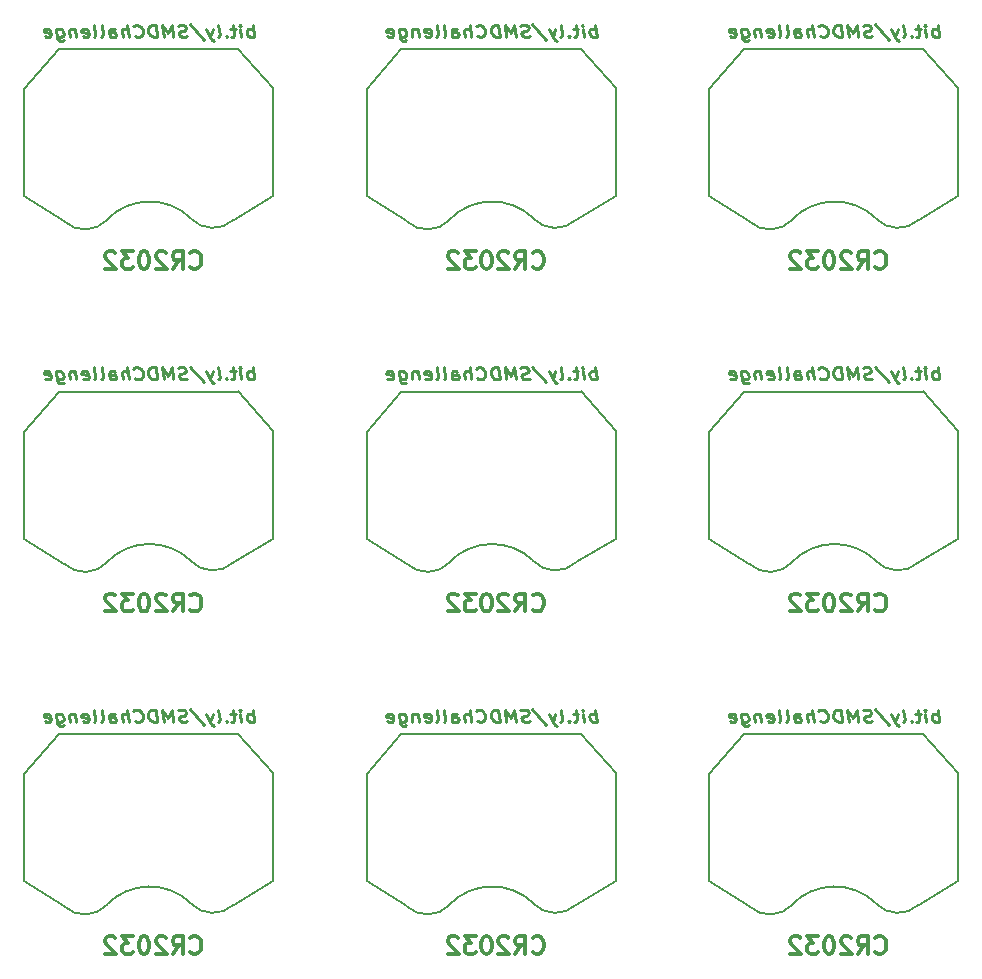
<source format=gbo>
%MOIN*%
%OFA0B0*%
%FSLAX46Y46*%
%IPPOS*%
%LPD*%
%ADD10C,0.0039370078740157488*%
%ADD11C,0.00984251968503937*%
%ADD12C,0.011811023622047244*%
%ADD13C,0.005905511811023622*%
%ADD24C,0.0039370078740157488*%
%ADD25C,0.00984251968503937*%
%ADD26C,0.011811023622047244*%
%ADD27C,0.005905511811023622*%
%ADD28C,0.0039370078740157488*%
%ADD29C,0.00984251968503937*%
%ADD30C,0.011811023622047244*%
%ADD31C,0.005905511811023622*%
%ADD32C,0.0039370078740157488*%
%ADD33C,0.00984251968503937*%
%ADD34C,0.011811023622047244*%
%ADD35C,0.005905511811023622*%
%ADD36C,0.0039370078740157488*%
%ADD37C,0.00984251968503937*%
%ADD38C,0.011811023622047244*%
%ADD39C,0.005905511811023622*%
%ADD40C,0.0039370078740157488*%
%ADD41C,0.00984251968503937*%
%ADD42C,0.011811023622047244*%
%ADD43C,0.005905511811023622*%
%ADD44C,0.0039370078740157488*%
%ADD45C,0.00984251968503937*%
%ADD46C,0.011811023622047244*%
%ADD47C,0.005905511811023622*%
%ADD48C,0.0039370078740157488*%
%ADD49C,0.00984251968503937*%
%ADD50C,0.011811023622047244*%
%ADD51C,0.005905511811023622*%
%ADD52C,0.0039370078740157488*%
%ADD53C,0.00984251968503937*%
%ADD54C,0.011811023622047244*%
%ADD55C,0.005905511811023622*%
G01G01*
D10*
D11*
X0000882932Y0000833632D02*
X0000878010Y0000873002D01*
X0000879885Y0000858004D02*
X0000875151Y0000859879D01*
X0000866152Y0000859879D01*
X0000861887Y0000858004D01*
X0000859872Y0000856130D01*
X0000858091Y0000852380D01*
X0000859497Y0000841131D01*
X0000862215Y0000837382D01*
X0000864699Y0000835507D01*
X0000869433Y0000833632D01*
X0000878432Y0000833632D01*
X0000882697Y0000835507D01*
X0000840187Y0000833632D02*
X0000836906Y0000859879D01*
X0000835266Y0000873002D02*
X0000837750Y0000871128D01*
X0000835734Y0000869253D01*
X0000833250Y0000871128D01*
X0000835266Y0000873002D01*
X0000835734Y0000869253D01*
X0000821158Y0000859879D02*
X0000803160Y0000859879D01*
X0000812768Y0000873002D02*
X0000816987Y0000839257D01*
X0000815206Y0000835507D01*
X0000810941Y0000833632D01*
X0000806441Y0000833632D01*
X0000790224Y0000837382D02*
X0000788209Y0000835507D01*
X0000790693Y0000833632D01*
X0000792708Y0000835507D01*
X0000790224Y0000837382D01*
X0000790693Y0000833632D01*
X0000761447Y0000833632D02*
X0000765712Y0000835507D01*
X0000767493Y0000839257D01*
X0000763275Y0000873002D01*
X0000744668Y0000859879D02*
X0000736700Y0000833632D01*
X0000722170Y0000859879D02*
X0000736700Y0000833632D01*
X0000742371Y0000824258D01*
X0000744855Y0000822384D01*
X0000749589Y0000820509D01*
X0000668552Y0000874877D02*
X0000715374Y0000824258D01*
X0000659975Y0000835507D02*
X0000653460Y0000833632D01*
X0000642212Y0000833632D01*
X0000637478Y0000835507D01*
X0000634994Y0000837382D01*
X0000632275Y0000841131D01*
X0000631807Y0000844881D01*
X0000633588Y0000848630D01*
X0000635603Y0000850505D01*
X0000639868Y0000852380D01*
X0000648633Y0000854255D01*
X0000652898Y0000856130D01*
X0000654913Y0000858004D01*
X0000656694Y0000861754D01*
X0000656226Y0000865503D01*
X0000653507Y0000869253D01*
X0000651023Y0000871128D01*
X0000646289Y0000873002D01*
X0000635041Y0000873002D01*
X0000628526Y0000871128D01*
X0000612965Y0000833632D02*
X0000608044Y0000873002D01*
X0000595811Y0000844881D01*
X0000576548Y0000873002D01*
X0000581469Y0000833632D01*
X0000558972Y0000833632D02*
X0000554051Y0000873002D01*
X0000542802Y0000873002D01*
X0000536287Y0000871128D01*
X0000532257Y0000867378D01*
X0000530476Y0000863629D01*
X0000529163Y0000856130D01*
X0000529866Y0000850505D01*
X0000533053Y0000843006D01*
X0000535772Y0000839257D01*
X0000540740Y0000835507D01*
X0000547723Y0000833632D01*
X0000558972Y0000833632D01*
X0000484263Y0000837382D02*
X0000486747Y0000835507D01*
X0000493730Y0000833632D01*
X0000498230Y0000833632D01*
X0000504744Y0000835507D01*
X0000508775Y0000839257D01*
X0000510556Y0000843006D01*
X0000511869Y0000850505D01*
X0000511166Y0000856130D01*
X0000507978Y0000863629D01*
X0000505260Y0000867378D01*
X0000500292Y0000871128D01*
X0000493308Y0000873002D01*
X0000488809Y0000873002D01*
X0000482294Y0000871128D01*
X0000480279Y0000869253D01*
X0000464484Y0000833632D02*
X0000459563Y0000873002D01*
X0000444236Y0000833632D02*
X0000441659Y0000854255D01*
X0000443440Y0000858004D01*
X0000447705Y0000859879D01*
X0000454454Y0000859879D01*
X0000459188Y0000858004D01*
X0000461672Y0000856130D01*
X0000401492Y0000833632D02*
X0000398914Y0000854255D01*
X0000400695Y0000858004D01*
X0000404960Y0000859879D01*
X0000413959Y0000859879D01*
X0000418693Y0000858004D01*
X0000401257Y0000835507D02*
X0000405991Y0000833632D01*
X0000417240Y0000833632D01*
X0000421505Y0000835507D01*
X0000423286Y0000839257D01*
X0000422817Y0000843006D01*
X0000420099Y0000846756D01*
X0000415365Y0000848630D01*
X0000404116Y0000848630D01*
X0000399383Y0000850505D01*
X0000372245Y0000833632D02*
X0000376510Y0000835507D01*
X0000378292Y0000839257D01*
X0000374073Y0000873002D01*
X0000347499Y0000833632D02*
X0000351764Y0000835507D01*
X0000353545Y0000839257D01*
X0000349326Y0000873002D01*
X0000311269Y0000835507D02*
X0000316002Y0000833632D01*
X0000325001Y0000833632D01*
X0000329266Y0000835507D01*
X0000331047Y0000839257D01*
X0000329173Y0000854255D01*
X0000326454Y0000858004D01*
X0000321720Y0000859879D01*
X0000312722Y0000859879D01*
X0000308457Y0000858004D01*
X0000306675Y0000854255D01*
X0000307144Y0000850505D01*
X0000330110Y0000846756D01*
X0000285725Y0000859879D02*
X0000289006Y0000833632D01*
X0000286194Y0000856130D02*
X0000283710Y0000858004D01*
X0000278976Y0000859879D01*
X0000272227Y0000859879D01*
X0000267962Y0000858004D01*
X0000266181Y0000854255D01*
X0000268758Y0000833632D01*
X0000222733Y0000859879D02*
X0000226717Y0000828008D01*
X0000229435Y0000824258D01*
X0000231919Y0000822384D01*
X0000236653Y0000820509D01*
X0000243402Y0000820509D01*
X0000247667Y0000822384D01*
X0000225779Y0000835507D02*
X0000230513Y0000833632D01*
X0000239512Y0000833632D01*
X0000243777Y0000835507D01*
X0000245793Y0000837382D01*
X0000247574Y0000841131D01*
X0000246167Y0000852380D01*
X0000243449Y0000856130D01*
X0000240965Y0000858004D01*
X0000236231Y0000859879D01*
X0000227232Y0000859879D01*
X0000222967Y0000858004D01*
X0000185284Y0000835507D02*
X0000190018Y0000833632D01*
X0000199017Y0000833632D01*
X0000203282Y0000835507D01*
X0000205063Y0000839257D01*
X0000203188Y0000854255D01*
X0000200470Y0000858004D01*
X0000195736Y0000859879D01*
X0000186737Y0000859879D01*
X0000182472Y0000858004D01*
X0000180691Y0000854255D01*
X0000181160Y0000850505D01*
X0000204126Y0000846756D01*
D12*
X0000670241Y0000065351D02*
X0000673053Y0000062539D01*
X0000681490Y0000059727D01*
X0000687114Y0000059727D01*
X0000695551Y0000062539D01*
X0000701175Y0000068164D01*
X0000703987Y0000073788D01*
X0000706799Y0000085037D01*
X0000706799Y0000093473D01*
X0000703987Y0000104722D01*
X0000701175Y0000110346D01*
X0000695551Y0000115970D01*
X0000687114Y0000118782D01*
X0000681490Y0000118782D01*
X0000673053Y0000115970D01*
X0000670241Y0000113158D01*
X0000611186Y0000059727D02*
X0000630871Y0000087849D01*
X0000644932Y0000059727D02*
X0000644932Y0000118782D01*
X0000622435Y0000118782D01*
X0000616810Y0000115970D01*
X0000613998Y0000113158D01*
X0000611186Y0000107534D01*
X0000611186Y0000099097D01*
X0000613998Y0000093473D01*
X0000616810Y0000090661D01*
X0000622435Y0000087849D01*
X0000644932Y0000087849D01*
X0000588689Y0000113158D02*
X0000585877Y0000115970D01*
X0000580253Y0000118782D01*
X0000566192Y0000118782D01*
X0000560567Y0000115970D01*
X0000557755Y0000113158D01*
X0000554943Y0000107534D01*
X0000554943Y0000101909D01*
X0000557755Y0000093473D01*
X0000591501Y0000059727D01*
X0000554943Y0000059727D01*
X0000518385Y0000118782D02*
X0000512761Y0000118782D01*
X0000507137Y0000115970D01*
X0000504325Y0000113158D01*
X0000501512Y0000107534D01*
X0000498700Y0000096285D01*
X0000498700Y0000082224D01*
X0000501512Y0000070976D01*
X0000504325Y0000065351D01*
X0000507137Y0000062539D01*
X0000512761Y0000059727D01*
X0000518385Y0000059727D01*
X0000524010Y0000062539D01*
X0000526822Y0000065351D01*
X0000529634Y0000070976D01*
X0000532446Y0000082224D01*
X0000532446Y0000096285D01*
X0000529634Y0000107534D01*
X0000526822Y0000113158D01*
X0000524010Y0000115970D01*
X0000518385Y0000118782D01*
X0000479015Y0000118782D02*
X0000442457Y0000118782D01*
X0000462142Y0000096285D01*
X0000453706Y0000096285D01*
X0000448082Y0000093473D01*
X0000445269Y0000090661D01*
X0000442457Y0000085037D01*
X0000442457Y0000070976D01*
X0000445269Y0000065351D01*
X0000448082Y0000062539D01*
X0000453706Y0000059727D01*
X0000470579Y0000059727D01*
X0000476203Y0000062539D01*
X0000479015Y0000065351D01*
X0000419960Y0000113158D02*
X0000417148Y0000115970D01*
X0000411524Y0000118782D01*
X0000397463Y0000118782D01*
X0000391839Y0000115970D01*
X0000389026Y0000113158D01*
X0000386214Y0000107534D01*
X0000386214Y0000101909D01*
X0000389026Y0000093473D01*
X0000422772Y0000059727D01*
X0000386214Y0000059727D01*
D13*
X0000814007Y0000223943D02*
X0000946507Y0000301443D01*
X0000249007Y0000218943D02*
X0000116507Y0000301443D01*
X0000815007Y0000223943D02*
G75*
G02G02X0000670007Y0000228943I-0000070000J0000075000D01X0000670007Y0000228943I-0000070000J0000075000D01*
G01G01*
X0000393507Y0000223943D02*
G75*
G02G02X0000248507Y0000218943I-0000075000J0000070000D01X0000248507Y0000218943I-0000075000J0000070000D01*
G01G01*
X0000391507Y0000223943D02*
G75*
G02G02X0000671507Y0000228943I0000142500J-0000137500D01X0000671507Y0000228943I0000142500J-0000137500D01*
G01G01*
X0000231507Y0000791443D02*
X0000116507Y0000658943D01*
X0000946507Y0000661443D02*
X0000829007Y0000793943D01*
X0000831507Y0000791443D02*
X0000231507Y0000791443D01*
X0000946507Y0000301443D02*
X0000946507Y0000661443D01*
X0000116507Y0000301443D02*
X0000116507Y0000661443D01*
G04 next file*
G04 #@! TF.FileFunction,Legend,Bot*
G04 Gerber Fmt 4.6, Leading zero omitted, Abs format (unit mm)*
G04 Created by KiCad (PCBNEW 4.0.7) date 06/29/18 14:26:30*
G01G01*
G04 APERTURE LIST*
G04 APERTURE END LIST*
D24*
D25*
X0002024686Y0000833632D02*
X0002019765Y0000873002D01*
X0002021640Y0000858004D02*
X0002016906Y0000859879D01*
X0002007907Y0000859879D01*
X0002003642Y0000858004D01*
X0002001626Y0000856130D01*
X0001999845Y0000852380D01*
X0002001252Y0000841131D01*
X0002003970Y0000837382D01*
X0002006454Y0000835507D01*
X0002011188Y0000833632D01*
X0002020187Y0000833632D01*
X0002024452Y0000835507D01*
X0001981941Y0000833632D02*
X0001978661Y0000859879D01*
X0001977020Y0000873002D02*
X0001979504Y0000871128D01*
X0001977489Y0000869253D01*
X0001975005Y0000871128D01*
X0001977020Y0000873002D01*
X0001977489Y0000869253D01*
X0001962913Y0000859879D02*
X0001944915Y0000859879D01*
X0001954523Y0000873002D02*
X0001958741Y0000839257D01*
X0001956960Y0000835507D01*
X0001952695Y0000833632D01*
X0001948196Y0000833632D01*
X0001931979Y0000837382D02*
X0001929964Y0000835507D01*
X0001932448Y0000833632D01*
X0001934463Y0000835507D01*
X0001931979Y0000837382D01*
X0001932448Y0000833632D01*
X0001903201Y0000833632D02*
X0001907466Y0000835507D01*
X0001909247Y0000839257D01*
X0001905029Y0000873002D01*
X0001886422Y0000859879D02*
X0001878454Y0000833632D01*
X0001863925Y0000859879D02*
X0001878454Y0000833632D01*
X0001884126Y0000824258D01*
X0001886610Y0000822384D01*
X0001891343Y0000820509D01*
X0001810307Y0000874877D02*
X0001857129Y0000824258D01*
X0001801730Y0000835507D02*
X0001795215Y0000833632D01*
X0001783966Y0000833632D01*
X0001779232Y0000835507D01*
X0001776748Y0000837382D01*
X0001774030Y0000841131D01*
X0001773561Y0000844881D01*
X0001775342Y0000848630D01*
X0001777358Y0000850505D01*
X0001781623Y0000852380D01*
X0001790387Y0000854255D01*
X0001794652Y0000856130D01*
X0001796668Y0000858004D01*
X0001798449Y0000861754D01*
X0001797980Y0000865503D01*
X0001795262Y0000869253D01*
X0001792778Y0000871128D01*
X0001788044Y0000873002D01*
X0001776795Y0000873002D01*
X0001770280Y0000871128D01*
X0001754720Y0000833632D02*
X0001749799Y0000873002D01*
X0001737566Y0000844881D01*
X0001718303Y0000873002D01*
X0001723224Y0000833632D01*
X0001700727Y0000833632D02*
X0001695805Y0000873002D01*
X0001684557Y0000873002D01*
X0001678042Y0000871128D01*
X0001674011Y0000867378D01*
X0001672230Y0000863629D01*
X0001670918Y0000856130D01*
X0001671621Y0000850505D01*
X0001674808Y0000843006D01*
X0001677526Y0000839257D01*
X0001682494Y0000835507D01*
X0001689478Y0000833632D01*
X0001700727Y0000833632D01*
X0001626017Y0000837382D02*
X0001628501Y0000835507D01*
X0001635485Y0000833632D01*
X0001639984Y0000833632D01*
X0001646499Y0000835507D01*
X0001650530Y0000839257D01*
X0001652311Y0000843006D01*
X0001653623Y0000850505D01*
X0001652920Y0000856130D01*
X0001649733Y0000863629D01*
X0001647015Y0000867378D01*
X0001642046Y0000871128D01*
X0001635063Y0000873002D01*
X0001630563Y0000873002D01*
X0001624049Y0000871128D01*
X0001622033Y0000869253D01*
X0001606238Y0000833632D02*
X0001601317Y0000873002D01*
X0001585991Y0000833632D02*
X0001583413Y0000854255D01*
X0001585194Y0000858004D01*
X0001589459Y0000859879D01*
X0001596208Y0000859879D01*
X0001600942Y0000858004D01*
X0001603426Y0000856130D01*
X0001543246Y0000833632D02*
X0001540668Y0000854255D01*
X0001542450Y0000858004D01*
X0001546715Y0000859879D01*
X0001555713Y0000859879D01*
X0001560447Y0000858004D01*
X0001543012Y0000835507D02*
X0001547746Y0000833632D01*
X0001558994Y0000833632D01*
X0001563259Y0000835507D01*
X0001565040Y0000839257D01*
X0001564572Y0000843006D01*
X0001561853Y0000846756D01*
X0001557120Y0000848630D01*
X0001545871Y0000848630D01*
X0001541137Y0000850505D01*
X0001514000Y0000833632D02*
X0001518265Y0000835507D01*
X0001520046Y0000839257D01*
X0001515828Y0000873002D01*
X0001489253Y0000833632D02*
X0001493518Y0000835507D01*
X0001495299Y0000839257D01*
X0001491081Y0000873002D01*
X0001453023Y0000835507D02*
X0001457757Y0000833632D01*
X0001466756Y0000833632D01*
X0001471021Y0000835507D01*
X0001472802Y0000839257D01*
X0001470927Y0000854255D01*
X0001468209Y0000858004D01*
X0001463475Y0000859879D01*
X0001454476Y0000859879D01*
X0001450211Y0000858004D01*
X0001448430Y0000854255D01*
X0001448899Y0000850505D01*
X0001471865Y0000846756D01*
X0001427480Y0000859879D02*
X0001430760Y0000833632D01*
X0001427948Y0000856130D02*
X0001425464Y0000858004D01*
X0001420730Y0000859879D01*
X0001413981Y0000859879D01*
X0001409716Y0000858004D01*
X0001407935Y0000854255D01*
X0001410513Y0000833632D01*
X0001364487Y0000859879D02*
X0001368471Y0000828008D01*
X0001371190Y0000824258D01*
X0001373674Y0000822384D01*
X0001378408Y0000820509D01*
X0001385157Y0000820509D01*
X0001389422Y0000822384D01*
X0001367534Y0000835507D02*
X0001372268Y0000833632D01*
X0001381267Y0000833632D01*
X0001385532Y0000835507D01*
X0001387547Y0000837382D01*
X0001389328Y0000841131D01*
X0001387922Y0000852380D01*
X0001385204Y0000856130D01*
X0001382720Y0000858004D01*
X0001377986Y0000859879D01*
X0001368987Y0000859879D01*
X0001364722Y0000858004D01*
X0001327039Y0000835507D02*
X0001331773Y0000833632D01*
X0001340772Y0000833632D01*
X0001345037Y0000835507D01*
X0001346818Y0000839257D01*
X0001344943Y0000854255D01*
X0001342225Y0000858004D01*
X0001337491Y0000859879D01*
X0001328492Y0000859879D01*
X0001324227Y0000858004D01*
X0001322446Y0000854255D01*
X0001322915Y0000850505D01*
X0001345880Y0000846756D01*
D26*
X0001811996Y0000065351D02*
X0001814808Y0000062539D01*
X0001823244Y0000059727D01*
X0001828869Y0000059727D01*
X0001837305Y0000062539D01*
X0001842929Y0000068164D01*
X0001845742Y0000073788D01*
X0001848554Y0000085037D01*
X0001848554Y0000093473D01*
X0001845742Y0000104722D01*
X0001842929Y0000110346D01*
X0001837305Y0000115970D01*
X0001828869Y0000118782D01*
X0001823244Y0000118782D01*
X0001814808Y0000115970D01*
X0001811996Y0000113158D01*
X0001752941Y0000059727D02*
X0001772626Y0000087849D01*
X0001786686Y0000059727D02*
X0001786686Y0000118782D01*
X0001764189Y0000118782D01*
X0001758565Y0000115970D01*
X0001755753Y0000113158D01*
X0001752941Y0000107534D01*
X0001752941Y0000099097D01*
X0001755753Y0000093473D01*
X0001758565Y0000090661D01*
X0001764189Y0000087849D01*
X0001786686Y0000087849D01*
X0001730444Y0000113158D02*
X0001727631Y0000115970D01*
X0001722007Y0000118782D01*
X0001707946Y0000118782D01*
X0001702322Y0000115970D01*
X0001699510Y0000113158D01*
X0001696698Y0000107534D01*
X0001696698Y0000101909D01*
X0001699510Y0000093473D01*
X0001733256Y0000059727D01*
X0001696698Y0000059727D01*
X0001660140Y0000118782D02*
X0001654516Y0000118782D01*
X0001648891Y0000115970D01*
X0001646079Y0000113158D01*
X0001643267Y0000107534D01*
X0001640455Y0000096285D01*
X0001640455Y0000082224D01*
X0001643267Y0000070976D01*
X0001646079Y0000065351D01*
X0001648891Y0000062539D01*
X0001654516Y0000059727D01*
X0001660140Y0000059727D01*
X0001665764Y0000062539D01*
X0001668576Y0000065351D01*
X0001671388Y0000070976D01*
X0001674201Y0000082224D01*
X0001674201Y0000096285D01*
X0001671388Y0000107534D01*
X0001668576Y0000113158D01*
X0001665764Y0000115970D01*
X0001660140Y0000118782D01*
X0001620770Y0000118782D02*
X0001584212Y0000118782D01*
X0001603897Y0000096285D01*
X0001595460Y0000096285D01*
X0001589836Y0000093473D01*
X0001587024Y0000090661D01*
X0001584212Y0000085037D01*
X0001584212Y0000070976D01*
X0001587024Y0000065351D01*
X0001589836Y0000062539D01*
X0001595460Y0000059727D01*
X0001612333Y0000059727D01*
X0001617958Y0000062539D01*
X0001620770Y0000065351D01*
X0001561715Y0000113158D02*
X0001558902Y0000115970D01*
X0001553278Y0000118782D01*
X0001539217Y0000118782D01*
X0001533593Y0000115970D01*
X0001530781Y0000113158D01*
X0001527969Y0000107534D01*
X0001527969Y0000101909D01*
X0001530781Y0000093473D01*
X0001564527Y0000059727D01*
X0001527969Y0000059727D01*
D27*
X0001955761Y0000223943D02*
X0002088261Y0000301443D01*
X0001390761Y0000218943D02*
X0001258261Y0000301443D01*
X0001956761Y0000223943D02*
G75*
G02G02X0001811761Y0000228943I-0000070000J0000075000D01X0001811761Y0000228943I-0000070000J0000075000D01*
G01G01*
X0001535261Y0000223943D02*
G75*
G02G02X0001390261Y0000218943I-0000075000J0000070000D01X0001390261Y0000218943I-0000075000J0000070000D01*
G01G01*
X0001533261Y0000223943D02*
G75*
G02G02X0001813261Y0000228943I0000142500J-0000137500D01X0001813261Y0000228943I0000142500J-0000137500D01*
G01G01*
X0001373261Y0000791443D02*
X0001258261Y0000658943D01*
X0002088261Y0000661443D02*
X0001970761Y0000793943D01*
X0001973261Y0000791443D02*
X0001373261Y0000791443D01*
X0002088261Y0000301443D02*
X0002088261Y0000661443D01*
X0001258261Y0000301443D02*
X0001258261Y0000661443D01*
G04 next file*
G04 #@! TF.FileFunction,Legend,Bot*
G04 Gerber Fmt 4.6, Leading zero omitted, Abs format (unit mm)*
G04 Created by KiCad (PCBNEW 4.0.7) date 06/29/18 14:26:30*
G01G01*
G04 APERTURE LIST*
G04 APERTURE END LIST*
D28*
D29*
X0003166441Y0000833632D02*
X0003161520Y0000873002D01*
X0003163395Y0000858004D02*
X0003158661Y0000859879D01*
X0003149662Y0000859879D01*
X0003145397Y0000858004D01*
X0003143382Y0000856130D01*
X0003141601Y0000852380D01*
X0003143007Y0000841131D01*
X0003145725Y0000837382D01*
X0003148209Y0000835507D01*
X0003152943Y0000833632D01*
X0003161942Y0000833632D01*
X0003166207Y0000835507D01*
X0003123697Y0000833632D02*
X0003120416Y0000859879D01*
X0003118775Y0000873002D02*
X0003121259Y0000871128D01*
X0003119244Y0000869253D01*
X0003116760Y0000871128D01*
X0003118775Y0000873002D01*
X0003119244Y0000869253D01*
X0003104668Y0000859879D02*
X0003086670Y0000859879D01*
X0003096278Y0000873002D02*
X0003100496Y0000839257D01*
X0003098715Y0000835507D01*
X0003094450Y0000833632D01*
X0003089951Y0000833632D01*
X0003073734Y0000837382D02*
X0003071719Y0000835507D01*
X0003074203Y0000833632D01*
X0003076218Y0000835507D01*
X0003073734Y0000837382D01*
X0003074203Y0000833632D01*
X0003044956Y0000833632D02*
X0003049221Y0000835507D01*
X0003051002Y0000839257D01*
X0003046784Y0000873002D01*
X0003028177Y0000859879D02*
X0003020210Y0000833632D01*
X0003005680Y0000859879D02*
X0003020210Y0000833632D01*
X0003025881Y0000824258D01*
X0003028365Y0000822384D01*
X0003033098Y0000820509D01*
X0002952062Y0000874877D02*
X0002998884Y0000824258D01*
X0002943485Y0000835507D02*
X0002936970Y0000833632D01*
X0002925721Y0000833632D01*
X0002920987Y0000835507D01*
X0002918503Y0000837382D01*
X0002915785Y0000841131D01*
X0002915316Y0000844881D01*
X0002917097Y0000848630D01*
X0002919113Y0000850505D01*
X0002923378Y0000852380D01*
X0002932142Y0000854255D01*
X0002936407Y0000856130D01*
X0002938423Y0000858004D01*
X0002940204Y0000861754D01*
X0002939735Y0000865503D01*
X0002937017Y0000869253D01*
X0002934533Y0000871128D01*
X0002929799Y0000873002D01*
X0002918550Y0000873002D01*
X0002912035Y0000871128D01*
X0002896475Y0000833632D02*
X0002891554Y0000873002D01*
X0002879321Y0000844881D01*
X0002860058Y0000873002D01*
X0002864979Y0000833632D01*
X0002842482Y0000833632D02*
X0002837560Y0000873002D01*
X0002826312Y0000873002D01*
X0002819797Y0000871128D01*
X0002815766Y0000867378D01*
X0002813985Y0000863629D01*
X0002812673Y0000856130D01*
X0002813376Y0000850505D01*
X0002816563Y0000843006D01*
X0002819281Y0000839257D01*
X0002824250Y0000835507D01*
X0002831233Y0000833632D01*
X0002842482Y0000833632D01*
X0002767772Y0000837382D02*
X0002770256Y0000835507D01*
X0002777240Y0000833632D01*
X0002781739Y0000833632D01*
X0002788254Y0000835507D01*
X0002792285Y0000839257D01*
X0002794066Y0000843006D01*
X0002795378Y0000850505D01*
X0002794675Y0000856130D01*
X0002791488Y0000863629D01*
X0002788770Y0000867378D01*
X0002783802Y0000871128D01*
X0002776818Y0000873002D01*
X0002772319Y0000873002D01*
X0002765804Y0000871128D01*
X0002763788Y0000869253D01*
X0002747994Y0000833632D02*
X0002743072Y0000873002D01*
X0002727746Y0000833632D02*
X0002725168Y0000854255D01*
X0002726949Y0000858004D01*
X0002731214Y0000859879D01*
X0002737963Y0000859879D01*
X0002742697Y0000858004D01*
X0002745181Y0000856130D01*
X0002685001Y0000833632D02*
X0002682424Y0000854255D01*
X0002684205Y0000858004D01*
X0002688470Y0000859879D01*
X0002697469Y0000859879D01*
X0002702202Y0000858004D01*
X0002684767Y0000835507D02*
X0002689501Y0000833632D01*
X0002700749Y0000833632D01*
X0002705015Y0000835507D01*
X0002706796Y0000839257D01*
X0002706327Y0000843006D01*
X0002703608Y0000846756D01*
X0002698875Y0000848630D01*
X0002687626Y0000848630D01*
X0002682892Y0000850505D01*
X0002655755Y0000833632D02*
X0002660020Y0000835507D01*
X0002661801Y0000839257D01*
X0002657583Y0000873002D01*
X0002631008Y0000833632D02*
X0002635273Y0000835507D01*
X0002637054Y0000839257D01*
X0002632836Y0000873002D01*
X0002594778Y0000835507D02*
X0002599512Y0000833632D01*
X0002608511Y0000833632D01*
X0002612776Y0000835507D01*
X0002614557Y0000839257D01*
X0002612682Y0000854255D01*
X0002609964Y0000858004D01*
X0002605230Y0000859879D01*
X0002596231Y0000859879D01*
X0002591966Y0000858004D01*
X0002590185Y0000854255D01*
X0002590654Y0000850505D01*
X0002613620Y0000846756D01*
X0002569235Y0000859879D02*
X0002572516Y0000833632D01*
X0002569703Y0000856130D02*
X0002567219Y0000858004D01*
X0002562485Y0000859879D01*
X0002555736Y0000859879D01*
X0002551471Y0000858004D01*
X0002549690Y0000854255D01*
X0002552268Y0000833632D01*
X0002506243Y0000859879D02*
X0002510226Y0000828008D01*
X0002512945Y0000824258D01*
X0002515429Y0000822384D01*
X0002520163Y0000820509D01*
X0002526912Y0000820509D01*
X0002531177Y0000822384D01*
X0002509289Y0000835507D02*
X0002514023Y0000833632D01*
X0002523022Y0000833632D01*
X0002527287Y0000835507D01*
X0002529302Y0000837382D01*
X0002531083Y0000841131D01*
X0002529677Y0000852380D01*
X0002526959Y0000856130D01*
X0002524475Y0000858004D01*
X0002519741Y0000859879D01*
X0002510742Y0000859879D01*
X0002506477Y0000858004D01*
X0002468794Y0000835507D02*
X0002473528Y0000833632D01*
X0002482527Y0000833632D01*
X0002486792Y0000835507D01*
X0002488573Y0000839257D01*
X0002486698Y0000854255D01*
X0002483980Y0000858004D01*
X0002479246Y0000859879D01*
X0002470247Y0000859879D01*
X0002465982Y0000858004D01*
X0002464201Y0000854255D01*
X0002464670Y0000850505D01*
X0002487636Y0000846756D01*
D30*
X0002953751Y0000065351D02*
X0002956563Y0000062539D01*
X0002965000Y0000059727D01*
X0002970624Y0000059727D01*
X0002979060Y0000062539D01*
X0002984685Y0000068164D01*
X0002987497Y0000073788D01*
X0002990309Y0000085037D01*
X0002990309Y0000093473D01*
X0002987497Y0000104722D01*
X0002984685Y0000110346D01*
X0002979060Y0000115970D01*
X0002970624Y0000118782D01*
X0002965000Y0000118782D01*
X0002956563Y0000115970D01*
X0002953751Y0000113158D01*
X0002894696Y0000059727D02*
X0002914381Y0000087849D01*
X0002928442Y0000059727D02*
X0002928442Y0000118782D01*
X0002905944Y0000118782D01*
X0002900320Y0000115970D01*
X0002897508Y0000113158D01*
X0002894696Y0000107534D01*
X0002894696Y0000099097D01*
X0002897508Y0000093473D01*
X0002900320Y0000090661D01*
X0002905944Y0000087849D01*
X0002928442Y0000087849D01*
X0002872199Y0000113158D02*
X0002869386Y0000115970D01*
X0002863762Y0000118782D01*
X0002849701Y0000118782D01*
X0002844077Y0000115970D01*
X0002841265Y0000113158D01*
X0002838453Y0000107534D01*
X0002838453Y0000101909D01*
X0002841265Y0000093473D01*
X0002875011Y0000059727D01*
X0002838453Y0000059727D01*
X0002801895Y0000118782D02*
X0002796271Y0000118782D01*
X0002790646Y0000115970D01*
X0002787834Y0000113158D01*
X0002785022Y0000107534D01*
X0002782210Y0000096285D01*
X0002782210Y0000082224D01*
X0002785022Y0000070976D01*
X0002787834Y0000065351D01*
X0002790646Y0000062539D01*
X0002796271Y0000059727D01*
X0002801895Y0000059727D01*
X0002807519Y0000062539D01*
X0002810331Y0000065351D01*
X0002813144Y0000070976D01*
X0002815956Y0000082224D01*
X0002815956Y0000096285D01*
X0002813144Y0000107534D01*
X0002810331Y0000113158D01*
X0002807519Y0000115970D01*
X0002801895Y0000118782D01*
X0002762525Y0000118782D02*
X0002725967Y0000118782D01*
X0002745652Y0000096285D01*
X0002737216Y0000096285D01*
X0002731591Y0000093473D01*
X0002728779Y0000090661D01*
X0002725967Y0000085037D01*
X0002725967Y0000070976D01*
X0002728779Y0000065351D01*
X0002731591Y0000062539D01*
X0002737216Y0000059727D01*
X0002754088Y0000059727D01*
X0002759713Y0000062539D01*
X0002762525Y0000065351D01*
X0002703470Y0000113158D02*
X0002700658Y0000115970D01*
X0002695033Y0000118782D01*
X0002680973Y0000118782D01*
X0002675348Y0000115970D01*
X0002672536Y0000113158D01*
X0002669724Y0000107534D01*
X0002669724Y0000101909D01*
X0002672536Y0000093473D01*
X0002706282Y0000059727D01*
X0002669724Y0000059727D01*
D31*
X0003097516Y0000223943D02*
X0003230016Y0000301443D01*
X0002532516Y0000218943D02*
X0002400016Y0000301443D01*
X0003098516Y0000223943D02*
G75*
G02G02X0002953516Y0000228943I-0000070000J0000075000D01X0002953516Y0000228943I-0000070000J0000075000D01*
G01G01*
X0002677016Y0000223943D02*
G75*
G02G02X0002532016Y0000218943I-0000075000J0000070000D01X0002532016Y0000218943I-0000075000J0000070000D01*
G01G01*
X0002675016Y0000223943D02*
G75*
G02G02X0002955016Y0000228943I0000142500J-0000137500D01X0002955016Y0000228943I0000142500J-0000137500D01*
G01G01*
X0002515016Y0000791443D02*
X0002400016Y0000658943D01*
X0003230016Y0000661443D02*
X0003112516Y0000793943D01*
X0003115016Y0000791443D02*
X0002515016Y0000791443D01*
X0003230016Y0000301443D02*
X0003230016Y0000661443D01*
X0002400016Y0000301443D02*
X0002400016Y0000661443D01*
G04 next file*
G04 #@! TF.FileFunction,Legend,Bot*
G04 Gerber Fmt 4.6, Leading zero omitted, Abs format (unit mm)*
G04 Created by KiCad (PCBNEW 4.0.7) date 06/29/18 14:26:30*
G01G01*
G04 APERTURE LIST*
G04 APERTURE END LIST*
D32*
D33*
X0000882932Y0001975258D02*
X0000878010Y0002014628D01*
X0000879885Y0001999630D02*
X0000875151Y0002001505D01*
X0000866152Y0002001505D01*
X0000861887Y0001999630D01*
X0000859872Y0001997755D01*
X0000858091Y0001994006D01*
X0000859497Y0001982757D01*
X0000862215Y0001979008D01*
X0000864699Y0001977133D01*
X0000869433Y0001975258D01*
X0000878432Y0001975258D01*
X0000882697Y0001977133D01*
X0000840187Y0001975258D02*
X0000836906Y0002001505D01*
X0000835266Y0002014628D02*
X0000837750Y0002012754D01*
X0000835734Y0002010879D01*
X0000833250Y0002012754D01*
X0000835266Y0002014628D01*
X0000835734Y0002010879D01*
X0000821158Y0002001505D02*
X0000803160Y0002001505D01*
X0000812768Y0002014628D02*
X0000816987Y0001980883D01*
X0000815206Y0001977133D01*
X0000810941Y0001975258D01*
X0000806441Y0001975258D01*
X0000790224Y0001979008D02*
X0000788209Y0001977133D01*
X0000790693Y0001975258D01*
X0000792708Y0001977133D01*
X0000790224Y0001979008D01*
X0000790693Y0001975258D01*
X0000761447Y0001975258D02*
X0000765712Y0001977133D01*
X0000767493Y0001980883D01*
X0000763275Y0002014628D01*
X0000744668Y0002001505D02*
X0000736700Y0001975258D01*
X0000722170Y0002001505D02*
X0000736700Y0001975258D01*
X0000742371Y0001965884D01*
X0000744855Y0001964010D01*
X0000749589Y0001962135D01*
X0000668552Y0002016503D02*
X0000715374Y0001965884D01*
X0000659975Y0001977133D02*
X0000653460Y0001975258D01*
X0000642212Y0001975258D01*
X0000637478Y0001977133D01*
X0000634994Y0001979008D01*
X0000632275Y0001982757D01*
X0000631807Y0001986507D01*
X0000633588Y0001990256D01*
X0000635603Y0001992131D01*
X0000639868Y0001994006D01*
X0000648633Y0001995881D01*
X0000652898Y0001997755D01*
X0000654913Y0001999630D01*
X0000656694Y0002003380D01*
X0000656226Y0002007129D01*
X0000653507Y0002010879D01*
X0000651023Y0002012754D01*
X0000646289Y0002014628D01*
X0000635041Y0002014628D01*
X0000628526Y0002012754D01*
X0000612965Y0001975258D02*
X0000608044Y0002014628D01*
X0000595811Y0001986507D01*
X0000576548Y0002014628D01*
X0000581469Y0001975258D01*
X0000558972Y0001975258D02*
X0000554051Y0002014628D01*
X0000542802Y0002014628D01*
X0000536287Y0002012754D01*
X0000532257Y0002009004D01*
X0000530476Y0002005255D01*
X0000529163Y0001997755D01*
X0000529866Y0001992131D01*
X0000533053Y0001984632D01*
X0000535772Y0001980883D01*
X0000540740Y0001977133D01*
X0000547723Y0001975258D01*
X0000558972Y0001975258D01*
X0000484263Y0001979008D02*
X0000486747Y0001977133D01*
X0000493730Y0001975258D01*
X0000498230Y0001975258D01*
X0000504744Y0001977133D01*
X0000508775Y0001980883D01*
X0000510556Y0001984632D01*
X0000511869Y0001992131D01*
X0000511166Y0001997755D01*
X0000507978Y0002005255D01*
X0000505260Y0002009004D01*
X0000500292Y0002012754D01*
X0000493308Y0002014628D01*
X0000488809Y0002014628D01*
X0000482294Y0002012754D01*
X0000480279Y0002010879D01*
X0000464484Y0001975258D02*
X0000459563Y0002014628D01*
X0000444236Y0001975258D02*
X0000441659Y0001995881D01*
X0000443440Y0001999630D01*
X0000447705Y0002001505D01*
X0000454454Y0002001505D01*
X0000459188Y0001999630D01*
X0000461672Y0001997755D01*
X0000401492Y0001975258D02*
X0000398914Y0001995881D01*
X0000400695Y0001999630D01*
X0000404960Y0002001505D01*
X0000413959Y0002001505D01*
X0000418693Y0001999630D01*
X0000401257Y0001977133D02*
X0000405991Y0001975258D01*
X0000417240Y0001975258D01*
X0000421505Y0001977133D01*
X0000423286Y0001980883D01*
X0000422817Y0001984632D01*
X0000420099Y0001988382D01*
X0000415365Y0001990256D01*
X0000404116Y0001990256D01*
X0000399383Y0001992131D01*
X0000372245Y0001975258D02*
X0000376510Y0001977133D01*
X0000378292Y0001980883D01*
X0000374073Y0002014628D01*
X0000347499Y0001975258D02*
X0000351764Y0001977133D01*
X0000353545Y0001980883D01*
X0000349326Y0002014628D01*
X0000311269Y0001977133D02*
X0000316002Y0001975258D01*
X0000325001Y0001975258D01*
X0000329266Y0001977133D01*
X0000331047Y0001980883D01*
X0000329173Y0001995881D01*
X0000326454Y0001999630D01*
X0000321720Y0002001505D01*
X0000312722Y0002001505D01*
X0000308457Y0001999630D01*
X0000306675Y0001995881D01*
X0000307144Y0001992131D01*
X0000330110Y0001988382D01*
X0000285725Y0002001505D02*
X0000289006Y0001975258D01*
X0000286194Y0001997755D02*
X0000283710Y0001999630D01*
X0000278976Y0002001505D01*
X0000272227Y0002001505D01*
X0000267962Y0001999630D01*
X0000266181Y0001995881D01*
X0000268758Y0001975258D01*
X0000222733Y0002001505D02*
X0000226717Y0001969634D01*
X0000229435Y0001965884D01*
X0000231919Y0001964010D01*
X0000236653Y0001962135D01*
X0000243402Y0001962135D01*
X0000247667Y0001964010D01*
X0000225779Y0001977133D02*
X0000230513Y0001975258D01*
X0000239512Y0001975258D01*
X0000243777Y0001977133D01*
X0000245793Y0001979008D01*
X0000247574Y0001982757D01*
X0000246167Y0001994006D01*
X0000243449Y0001997755D01*
X0000240965Y0001999630D01*
X0000236231Y0002001505D01*
X0000227232Y0002001505D01*
X0000222967Y0001999630D01*
X0000185284Y0001977133D02*
X0000190018Y0001975258D01*
X0000199017Y0001975258D01*
X0000203282Y0001977133D01*
X0000205063Y0001980883D01*
X0000203188Y0001995881D01*
X0000200470Y0001999630D01*
X0000195736Y0002001505D01*
X0000186737Y0002001505D01*
X0000182472Y0001999630D01*
X0000180691Y0001995881D01*
X0000181160Y0001992131D01*
X0000204126Y0001988382D01*
D34*
X0000670241Y0001206977D02*
X0000673053Y0001204165D01*
X0000681490Y0001201353D01*
X0000687114Y0001201353D01*
X0000695551Y0001204165D01*
X0000701175Y0001209790D01*
X0000703987Y0001215414D01*
X0000706799Y0001226662D01*
X0000706799Y0001235099D01*
X0000703987Y0001246347D01*
X0000701175Y0001251972D01*
X0000695551Y0001257596D01*
X0000687114Y0001260408D01*
X0000681490Y0001260408D01*
X0000673053Y0001257596D01*
X0000670241Y0001254784D01*
X0000611186Y0001201353D02*
X0000630871Y0001229475D01*
X0000644932Y0001201353D02*
X0000644932Y0001260408D01*
X0000622435Y0001260408D01*
X0000616810Y0001257596D01*
X0000613998Y0001254784D01*
X0000611186Y0001249160D01*
X0000611186Y0001240723D01*
X0000613998Y0001235099D01*
X0000616810Y0001232287D01*
X0000622435Y0001229475D01*
X0000644932Y0001229475D01*
X0000588689Y0001254784D02*
X0000585877Y0001257596D01*
X0000580253Y0001260408D01*
X0000566192Y0001260408D01*
X0000560567Y0001257596D01*
X0000557755Y0001254784D01*
X0000554943Y0001249160D01*
X0000554943Y0001243535D01*
X0000557755Y0001235099D01*
X0000591501Y0001201353D01*
X0000554943Y0001201353D01*
X0000518385Y0001260408D02*
X0000512761Y0001260408D01*
X0000507137Y0001257596D01*
X0000504325Y0001254784D01*
X0000501512Y0001249160D01*
X0000498700Y0001237911D01*
X0000498700Y0001223850D01*
X0000501512Y0001212602D01*
X0000504325Y0001206977D01*
X0000507137Y0001204165D01*
X0000512761Y0001201353D01*
X0000518385Y0001201353D01*
X0000524010Y0001204165D01*
X0000526822Y0001206977D01*
X0000529634Y0001212602D01*
X0000532446Y0001223850D01*
X0000532446Y0001237911D01*
X0000529634Y0001249160D01*
X0000526822Y0001254784D01*
X0000524010Y0001257596D01*
X0000518385Y0001260408D01*
X0000479015Y0001260408D02*
X0000442457Y0001260408D01*
X0000462142Y0001237911D01*
X0000453706Y0001237911D01*
X0000448082Y0001235099D01*
X0000445269Y0001232287D01*
X0000442457Y0001226662D01*
X0000442457Y0001212602D01*
X0000445269Y0001206977D01*
X0000448082Y0001204165D01*
X0000453706Y0001201353D01*
X0000470579Y0001201353D01*
X0000476203Y0001204165D01*
X0000479015Y0001206977D01*
X0000419960Y0001254784D02*
X0000417148Y0001257596D01*
X0000411524Y0001260408D01*
X0000397463Y0001260408D01*
X0000391839Y0001257596D01*
X0000389026Y0001254784D01*
X0000386214Y0001249160D01*
X0000386214Y0001243535D01*
X0000389026Y0001235099D01*
X0000422772Y0001201353D01*
X0000386214Y0001201353D01*
D35*
X0000814007Y0001365569D02*
X0000946507Y0001443069D01*
X0000249007Y0001360569D02*
X0000116507Y0001443069D01*
X0000815007Y0001365569D02*
G75*
G02G02X0000670007Y0001370569I-0000070000J0000075000D01X0000670007Y0001370569I-0000070000J0000075000D01*
G01G01*
X0000393507Y0001365569D02*
G75*
G02G02X0000248507Y0001360569I-0000075000J0000070000D01X0000248507Y0001360569I-0000075000J0000070000D01*
G01G01*
X0000391507Y0001365569D02*
G75*
G02G02X0000671507Y0001370569I0000142500J-0000137500D01X0000671507Y0001370569I0000142500J-0000137500D01*
G01G01*
X0000231507Y0001933069D02*
X0000116507Y0001800569D01*
X0000946507Y0001803069D02*
X0000829007Y0001935569D01*
X0000831507Y0001933069D02*
X0000231507Y0001933069D01*
X0000946507Y0001443069D02*
X0000946507Y0001803069D01*
X0000116507Y0001443069D02*
X0000116507Y0001803069D01*
G04 next file*
G04 #@! TF.FileFunction,Legend,Bot*
G04 Gerber Fmt 4.6, Leading zero omitted, Abs format (unit mm)*
G04 Created by KiCad (PCBNEW 4.0.7) date 06/29/18 14:26:30*
G01G01*
G04 APERTURE LIST*
G04 APERTURE END LIST*
D36*
D37*
X0000882932Y0003116885D02*
X0000878010Y0003156255D01*
X0000879885Y0003141257D02*
X0000875151Y0003143132D01*
X0000866152Y0003143132D01*
X0000861887Y0003141257D01*
X0000859872Y0003139382D01*
X0000858091Y0003135632D01*
X0000859497Y0003124384D01*
X0000862215Y0003120634D01*
X0000864699Y0003118760D01*
X0000869433Y0003116885D01*
X0000878432Y0003116885D01*
X0000882697Y0003118760D01*
X0000840187Y0003116885D02*
X0000836906Y0003143132D01*
X0000835266Y0003156255D02*
X0000837750Y0003154380D01*
X0000835734Y0003152505D01*
X0000833250Y0003154380D01*
X0000835266Y0003156255D01*
X0000835734Y0003152505D01*
X0000821158Y0003143132D02*
X0000803160Y0003143132D01*
X0000812768Y0003156255D02*
X0000816987Y0003122509D01*
X0000815206Y0003118760D01*
X0000810941Y0003116885D01*
X0000806441Y0003116885D01*
X0000790224Y0003120634D02*
X0000788209Y0003118760D01*
X0000790693Y0003116885D01*
X0000792708Y0003118760D01*
X0000790224Y0003120634D01*
X0000790693Y0003116885D01*
X0000761447Y0003116885D02*
X0000765712Y0003118760D01*
X0000767493Y0003122509D01*
X0000763275Y0003156255D01*
X0000744668Y0003143132D02*
X0000736700Y0003116885D01*
X0000722170Y0003143132D02*
X0000736700Y0003116885D01*
X0000742371Y0003107511D01*
X0000744855Y0003105636D01*
X0000749589Y0003103761D01*
X0000668552Y0003158130D02*
X0000715374Y0003107511D01*
X0000659975Y0003118760D02*
X0000653460Y0003116885D01*
X0000642212Y0003116885D01*
X0000637478Y0003118760D01*
X0000634994Y0003120634D01*
X0000632275Y0003124384D01*
X0000631807Y0003128133D01*
X0000633588Y0003131883D01*
X0000635603Y0003133758D01*
X0000639868Y0003135632D01*
X0000648633Y0003137507D01*
X0000652898Y0003139382D01*
X0000654913Y0003141257D01*
X0000656694Y0003145006D01*
X0000656226Y0003148756D01*
X0000653507Y0003152505D01*
X0000651023Y0003154380D01*
X0000646289Y0003156255D01*
X0000635041Y0003156255D01*
X0000628526Y0003154380D01*
X0000612965Y0003116885D02*
X0000608044Y0003156255D01*
X0000595811Y0003128133D01*
X0000576548Y0003156255D01*
X0000581469Y0003116885D01*
X0000558972Y0003116885D02*
X0000554051Y0003156255D01*
X0000542802Y0003156255D01*
X0000536287Y0003154380D01*
X0000532257Y0003150631D01*
X0000530476Y0003146881D01*
X0000529163Y0003139382D01*
X0000529866Y0003133758D01*
X0000533053Y0003126259D01*
X0000535772Y0003122509D01*
X0000540740Y0003118760D01*
X0000547723Y0003116885D01*
X0000558972Y0003116885D01*
X0000484263Y0003120634D02*
X0000486747Y0003118760D01*
X0000493730Y0003116885D01*
X0000498230Y0003116885D01*
X0000504744Y0003118760D01*
X0000508775Y0003122509D01*
X0000510556Y0003126259D01*
X0000511869Y0003133758D01*
X0000511166Y0003139382D01*
X0000507978Y0003146881D01*
X0000505260Y0003150631D01*
X0000500292Y0003154380D01*
X0000493308Y0003156255D01*
X0000488809Y0003156255D01*
X0000482294Y0003154380D01*
X0000480279Y0003152505D01*
X0000464484Y0003116885D02*
X0000459563Y0003156255D01*
X0000444236Y0003116885D02*
X0000441659Y0003137507D01*
X0000443440Y0003141257D01*
X0000447705Y0003143132D01*
X0000454454Y0003143132D01*
X0000459188Y0003141257D01*
X0000461672Y0003139382D01*
X0000401492Y0003116885D02*
X0000398914Y0003137507D01*
X0000400695Y0003141257D01*
X0000404960Y0003143132D01*
X0000413959Y0003143132D01*
X0000418693Y0003141257D01*
X0000401257Y0003118760D02*
X0000405991Y0003116885D01*
X0000417240Y0003116885D01*
X0000421505Y0003118760D01*
X0000423286Y0003122509D01*
X0000422817Y0003126259D01*
X0000420099Y0003130008D01*
X0000415365Y0003131883D01*
X0000404116Y0003131883D01*
X0000399383Y0003133758D01*
X0000372245Y0003116885D02*
X0000376510Y0003118760D01*
X0000378292Y0003122509D01*
X0000374073Y0003156255D01*
X0000347499Y0003116885D02*
X0000351764Y0003118760D01*
X0000353545Y0003122509D01*
X0000349326Y0003156255D01*
X0000311269Y0003118760D02*
X0000316002Y0003116885D01*
X0000325001Y0003116885D01*
X0000329266Y0003118760D01*
X0000331047Y0003122509D01*
X0000329173Y0003137507D01*
X0000326454Y0003141257D01*
X0000321720Y0003143132D01*
X0000312722Y0003143132D01*
X0000308457Y0003141257D01*
X0000306675Y0003137507D01*
X0000307144Y0003133758D01*
X0000330110Y0003130008D01*
X0000285725Y0003143132D02*
X0000289006Y0003116885D01*
X0000286194Y0003139382D02*
X0000283710Y0003141257D01*
X0000278976Y0003143132D01*
X0000272227Y0003143132D01*
X0000267962Y0003141257D01*
X0000266181Y0003137507D01*
X0000268758Y0003116885D01*
X0000222733Y0003143132D02*
X0000226717Y0003111260D01*
X0000229435Y0003107511D01*
X0000231919Y0003105636D01*
X0000236653Y0003103761D01*
X0000243402Y0003103761D01*
X0000247667Y0003105636D01*
X0000225779Y0003118760D02*
X0000230513Y0003116885D01*
X0000239512Y0003116885D01*
X0000243777Y0003118760D01*
X0000245793Y0003120634D01*
X0000247574Y0003124384D01*
X0000246167Y0003135632D01*
X0000243449Y0003139382D01*
X0000240965Y0003141257D01*
X0000236231Y0003143132D01*
X0000227232Y0003143132D01*
X0000222967Y0003141257D01*
X0000185284Y0003118760D02*
X0000190018Y0003116885D01*
X0000199017Y0003116885D01*
X0000203282Y0003118760D01*
X0000205063Y0003122509D01*
X0000203188Y0003137507D01*
X0000200470Y0003141257D01*
X0000195736Y0003143132D01*
X0000186737Y0003143132D01*
X0000182472Y0003141257D01*
X0000180691Y0003137507D01*
X0000181160Y0003133758D01*
X0000204126Y0003130008D01*
D38*
X0000670241Y0002348604D02*
X0000673053Y0002345792D01*
X0000681490Y0002342980D01*
X0000687114Y0002342980D01*
X0000695551Y0002345792D01*
X0000701175Y0002351416D01*
X0000703987Y0002357040D01*
X0000706799Y0002368289D01*
X0000706799Y0002376725D01*
X0000703987Y0002387974D01*
X0000701175Y0002393598D01*
X0000695551Y0002399223D01*
X0000687114Y0002402035D01*
X0000681490Y0002402035D01*
X0000673053Y0002399223D01*
X0000670241Y0002396410D01*
X0000611186Y0002342980D02*
X0000630871Y0002371101D01*
X0000644932Y0002342980D02*
X0000644932Y0002402035D01*
X0000622435Y0002402035D01*
X0000616810Y0002399223D01*
X0000613998Y0002396410D01*
X0000611186Y0002390786D01*
X0000611186Y0002382350D01*
X0000613998Y0002376725D01*
X0000616810Y0002373913D01*
X0000622435Y0002371101D01*
X0000644932Y0002371101D01*
X0000588689Y0002396410D02*
X0000585877Y0002399223D01*
X0000580253Y0002402035D01*
X0000566192Y0002402035D01*
X0000560567Y0002399223D01*
X0000557755Y0002396410D01*
X0000554943Y0002390786D01*
X0000554943Y0002385162D01*
X0000557755Y0002376725D01*
X0000591501Y0002342980D01*
X0000554943Y0002342980D01*
X0000518385Y0002402035D02*
X0000512761Y0002402035D01*
X0000507137Y0002399223D01*
X0000504325Y0002396410D01*
X0000501512Y0002390786D01*
X0000498700Y0002379538D01*
X0000498700Y0002365477D01*
X0000501512Y0002354228D01*
X0000504325Y0002348604D01*
X0000507137Y0002345792D01*
X0000512761Y0002342980D01*
X0000518385Y0002342980D01*
X0000524010Y0002345792D01*
X0000526822Y0002348604D01*
X0000529634Y0002354228D01*
X0000532446Y0002365477D01*
X0000532446Y0002379538D01*
X0000529634Y0002390786D01*
X0000526822Y0002396410D01*
X0000524010Y0002399223D01*
X0000518385Y0002402035D01*
X0000479015Y0002402035D02*
X0000442457Y0002402035D01*
X0000462142Y0002379538D01*
X0000453706Y0002379538D01*
X0000448082Y0002376725D01*
X0000445269Y0002373913D01*
X0000442457Y0002368289D01*
X0000442457Y0002354228D01*
X0000445269Y0002348604D01*
X0000448082Y0002345792D01*
X0000453706Y0002342980D01*
X0000470579Y0002342980D01*
X0000476203Y0002345792D01*
X0000479015Y0002348604D01*
X0000419960Y0002396410D02*
X0000417148Y0002399223D01*
X0000411524Y0002402035D01*
X0000397463Y0002402035D01*
X0000391839Y0002399223D01*
X0000389026Y0002396410D01*
X0000386214Y0002390786D01*
X0000386214Y0002385162D01*
X0000389026Y0002376725D01*
X0000422772Y0002342980D01*
X0000386214Y0002342980D01*
D39*
X0000814007Y0002507195D02*
X0000946507Y0002584695D01*
X0000249007Y0002502195D02*
X0000116507Y0002584695D01*
X0000815007Y0002507195D02*
G75*
G02G02X0000670007Y0002512195I-0000070000J0000075000D01X0000670007Y0002512195I-0000070000J0000075000D01*
G01G01*
X0000393507Y0002507195D02*
G75*
G02G02X0000248507Y0002502195I-0000075000J0000070000D01X0000248507Y0002502195I-0000075000J0000070000D01*
G01G01*
X0000391507Y0002507195D02*
G75*
G02G02X0000671507Y0002512195I0000142500J-0000137500D01X0000671507Y0002512195I0000142500J-0000137500D01*
G01G01*
X0000231507Y0003074695D02*
X0000116507Y0002942195D01*
X0000946507Y0002944695D02*
X0000829007Y0003077195D01*
X0000831507Y0003074695D02*
X0000231507Y0003074695D01*
X0000946507Y0002584695D02*
X0000946507Y0002944695D01*
X0000116507Y0002584695D02*
X0000116507Y0002944695D01*
G04 next file*
G04 #@! TF.FileFunction,Legend,Bot*
G04 Gerber Fmt 4.6, Leading zero omitted, Abs format (unit mm)*
G04 Created by KiCad (PCBNEW 4.0.7) date 06/29/18 14:26:30*
G01G01*
G04 APERTURE LIST*
G04 APERTURE END LIST*
D40*
D41*
X0002024686Y0001975258D02*
X0002019765Y0002014628D01*
X0002021640Y0001999630D02*
X0002016906Y0002001505D01*
X0002007907Y0002001505D01*
X0002003642Y0001999630D01*
X0002001626Y0001997755D01*
X0001999845Y0001994006D01*
X0002001252Y0001982757D01*
X0002003970Y0001979008D01*
X0002006454Y0001977133D01*
X0002011188Y0001975258D01*
X0002020187Y0001975258D01*
X0002024452Y0001977133D01*
X0001981941Y0001975258D02*
X0001978661Y0002001505D01*
X0001977020Y0002014628D02*
X0001979504Y0002012754D01*
X0001977489Y0002010879D01*
X0001975005Y0002012754D01*
X0001977020Y0002014628D01*
X0001977489Y0002010879D01*
X0001962913Y0002001505D02*
X0001944915Y0002001505D01*
X0001954523Y0002014628D02*
X0001958741Y0001980883D01*
X0001956960Y0001977133D01*
X0001952695Y0001975258D01*
X0001948196Y0001975258D01*
X0001931979Y0001979008D02*
X0001929964Y0001977133D01*
X0001932448Y0001975258D01*
X0001934463Y0001977133D01*
X0001931979Y0001979008D01*
X0001932448Y0001975258D01*
X0001903201Y0001975258D02*
X0001907466Y0001977133D01*
X0001909247Y0001980883D01*
X0001905029Y0002014628D01*
X0001886422Y0002001505D02*
X0001878454Y0001975258D01*
X0001863925Y0002001505D02*
X0001878454Y0001975258D01*
X0001884126Y0001965884D01*
X0001886610Y0001964010D01*
X0001891343Y0001962135D01*
X0001810307Y0002016503D02*
X0001857129Y0001965884D01*
X0001801730Y0001977133D02*
X0001795215Y0001975258D01*
X0001783966Y0001975258D01*
X0001779232Y0001977133D01*
X0001776748Y0001979008D01*
X0001774030Y0001982757D01*
X0001773561Y0001986507D01*
X0001775342Y0001990256D01*
X0001777358Y0001992131D01*
X0001781623Y0001994006D01*
X0001790387Y0001995881D01*
X0001794652Y0001997755D01*
X0001796668Y0001999630D01*
X0001798449Y0002003380D01*
X0001797980Y0002007129D01*
X0001795262Y0002010879D01*
X0001792778Y0002012754D01*
X0001788044Y0002014628D01*
X0001776795Y0002014628D01*
X0001770280Y0002012754D01*
X0001754720Y0001975258D02*
X0001749799Y0002014628D01*
X0001737566Y0001986507D01*
X0001718303Y0002014628D01*
X0001723224Y0001975258D01*
X0001700727Y0001975258D02*
X0001695805Y0002014628D01*
X0001684557Y0002014628D01*
X0001678042Y0002012754D01*
X0001674011Y0002009004D01*
X0001672230Y0002005255D01*
X0001670918Y0001997755D01*
X0001671621Y0001992131D01*
X0001674808Y0001984632D01*
X0001677526Y0001980883D01*
X0001682494Y0001977133D01*
X0001689478Y0001975258D01*
X0001700727Y0001975258D01*
X0001626017Y0001979008D02*
X0001628501Y0001977133D01*
X0001635485Y0001975258D01*
X0001639984Y0001975258D01*
X0001646499Y0001977133D01*
X0001650530Y0001980883D01*
X0001652311Y0001984632D01*
X0001653623Y0001992131D01*
X0001652920Y0001997755D01*
X0001649733Y0002005255D01*
X0001647015Y0002009004D01*
X0001642046Y0002012754D01*
X0001635063Y0002014628D01*
X0001630563Y0002014628D01*
X0001624049Y0002012754D01*
X0001622033Y0002010879D01*
X0001606238Y0001975258D02*
X0001601317Y0002014628D01*
X0001585991Y0001975258D02*
X0001583413Y0001995881D01*
X0001585194Y0001999630D01*
X0001589459Y0002001505D01*
X0001596208Y0002001505D01*
X0001600942Y0001999630D01*
X0001603426Y0001997755D01*
X0001543246Y0001975258D02*
X0001540668Y0001995881D01*
X0001542450Y0001999630D01*
X0001546715Y0002001505D01*
X0001555713Y0002001505D01*
X0001560447Y0001999630D01*
X0001543012Y0001977133D02*
X0001547746Y0001975258D01*
X0001558994Y0001975258D01*
X0001563259Y0001977133D01*
X0001565040Y0001980883D01*
X0001564572Y0001984632D01*
X0001561853Y0001988382D01*
X0001557120Y0001990256D01*
X0001545871Y0001990256D01*
X0001541137Y0001992131D01*
X0001514000Y0001975258D02*
X0001518265Y0001977133D01*
X0001520046Y0001980883D01*
X0001515828Y0002014628D01*
X0001489253Y0001975258D02*
X0001493518Y0001977133D01*
X0001495299Y0001980883D01*
X0001491081Y0002014628D01*
X0001453023Y0001977133D02*
X0001457757Y0001975258D01*
X0001466756Y0001975258D01*
X0001471021Y0001977133D01*
X0001472802Y0001980883D01*
X0001470927Y0001995881D01*
X0001468209Y0001999630D01*
X0001463475Y0002001505D01*
X0001454476Y0002001505D01*
X0001450211Y0001999630D01*
X0001448430Y0001995881D01*
X0001448899Y0001992131D01*
X0001471865Y0001988382D01*
X0001427480Y0002001505D02*
X0001430760Y0001975258D01*
X0001427948Y0001997755D02*
X0001425464Y0001999630D01*
X0001420730Y0002001505D01*
X0001413981Y0002001505D01*
X0001409716Y0001999630D01*
X0001407935Y0001995881D01*
X0001410513Y0001975258D01*
X0001364487Y0002001505D02*
X0001368471Y0001969634D01*
X0001371190Y0001965884D01*
X0001373674Y0001964010D01*
X0001378408Y0001962135D01*
X0001385157Y0001962135D01*
X0001389422Y0001964010D01*
X0001367534Y0001977133D02*
X0001372268Y0001975258D01*
X0001381267Y0001975258D01*
X0001385532Y0001977133D01*
X0001387547Y0001979008D01*
X0001389328Y0001982757D01*
X0001387922Y0001994006D01*
X0001385204Y0001997755D01*
X0001382720Y0001999630D01*
X0001377986Y0002001505D01*
X0001368987Y0002001505D01*
X0001364722Y0001999630D01*
X0001327039Y0001977133D02*
X0001331773Y0001975258D01*
X0001340772Y0001975258D01*
X0001345037Y0001977133D01*
X0001346818Y0001980883D01*
X0001344943Y0001995881D01*
X0001342225Y0001999630D01*
X0001337491Y0002001505D01*
X0001328492Y0002001505D01*
X0001324227Y0001999630D01*
X0001322446Y0001995881D01*
X0001322915Y0001992131D01*
X0001345880Y0001988382D01*
D42*
X0001811996Y0001206977D02*
X0001814808Y0001204165D01*
X0001823244Y0001201353D01*
X0001828869Y0001201353D01*
X0001837305Y0001204165D01*
X0001842929Y0001209790D01*
X0001845742Y0001215414D01*
X0001848554Y0001226662D01*
X0001848554Y0001235099D01*
X0001845742Y0001246347D01*
X0001842929Y0001251972D01*
X0001837305Y0001257596D01*
X0001828869Y0001260408D01*
X0001823244Y0001260408D01*
X0001814808Y0001257596D01*
X0001811996Y0001254784D01*
X0001752941Y0001201353D02*
X0001772626Y0001229475D01*
X0001786686Y0001201353D02*
X0001786686Y0001260408D01*
X0001764189Y0001260408D01*
X0001758565Y0001257596D01*
X0001755753Y0001254784D01*
X0001752941Y0001249160D01*
X0001752941Y0001240723D01*
X0001755753Y0001235099D01*
X0001758565Y0001232287D01*
X0001764189Y0001229475D01*
X0001786686Y0001229475D01*
X0001730444Y0001254784D02*
X0001727631Y0001257596D01*
X0001722007Y0001260408D01*
X0001707946Y0001260408D01*
X0001702322Y0001257596D01*
X0001699510Y0001254784D01*
X0001696698Y0001249160D01*
X0001696698Y0001243535D01*
X0001699510Y0001235099D01*
X0001733256Y0001201353D01*
X0001696698Y0001201353D01*
X0001660140Y0001260408D02*
X0001654516Y0001260408D01*
X0001648891Y0001257596D01*
X0001646079Y0001254784D01*
X0001643267Y0001249160D01*
X0001640455Y0001237911D01*
X0001640455Y0001223850D01*
X0001643267Y0001212602D01*
X0001646079Y0001206977D01*
X0001648891Y0001204165D01*
X0001654516Y0001201353D01*
X0001660140Y0001201353D01*
X0001665764Y0001204165D01*
X0001668576Y0001206977D01*
X0001671388Y0001212602D01*
X0001674201Y0001223850D01*
X0001674201Y0001237911D01*
X0001671388Y0001249160D01*
X0001668576Y0001254784D01*
X0001665764Y0001257596D01*
X0001660140Y0001260408D01*
X0001620770Y0001260408D02*
X0001584212Y0001260408D01*
X0001603897Y0001237911D01*
X0001595460Y0001237911D01*
X0001589836Y0001235099D01*
X0001587024Y0001232287D01*
X0001584212Y0001226662D01*
X0001584212Y0001212602D01*
X0001587024Y0001206977D01*
X0001589836Y0001204165D01*
X0001595460Y0001201353D01*
X0001612333Y0001201353D01*
X0001617958Y0001204165D01*
X0001620770Y0001206977D01*
X0001561715Y0001254784D02*
X0001558902Y0001257596D01*
X0001553278Y0001260408D01*
X0001539217Y0001260408D01*
X0001533593Y0001257596D01*
X0001530781Y0001254784D01*
X0001527969Y0001249160D01*
X0001527969Y0001243535D01*
X0001530781Y0001235099D01*
X0001564527Y0001201353D01*
X0001527969Y0001201353D01*
D43*
X0001955761Y0001365569D02*
X0002088261Y0001443069D01*
X0001390761Y0001360569D02*
X0001258261Y0001443069D01*
X0001956761Y0001365569D02*
G75*
G02G02X0001811761Y0001370569I-0000070000J0000075000D01X0001811761Y0001370569I-0000070000J0000075000D01*
G01G01*
X0001535261Y0001365569D02*
G75*
G02G02X0001390261Y0001360569I-0000075000J0000070000D01X0001390261Y0001360569I-0000075000J0000070000D01*
G01G01*
X0001533261Y0001365569D02*
G75*
G02G02X0001813261Y0001370569I0000142500J-0000137500D01X0001813261Y0001370569I0000142500J-0000137500D01*
G01G01*
X0001373261Y0001933069D02*
X0001258261Y0001800569D01*
X0002088261Y0001803069D02*
X0001970761Y0001935569D01*
X0001973261Y0001933069D02*
X0001373261Y0001933069D01*
X0002088261Y0001443069D02*
X0002088261Y0001803069D01*
X0001258261Y0001443069D02*
X0001258261Y0001803069D01*
G04 next file*
G04 #@! TF.FileFunction,Legend,Bot*
G04 Gerber Fmt 4.6, Leading zero omitted, Abs format (unit mm)*
G04 Created by KiCad (PCBNEW 4.0.7) date 06/29/18 14:26:30*
G01G01*
G04 APERTURE LIST*
G04 APERTURE END LIST*
D44*
D45*
X0003166441Y0001975258D02*
X0003161520Y0002014628D01*
X0003163395Y0001999630D02*
X0003158661Y0002001505D01*
X0003149662Y0002001505D01*
X0003145397Y0001999630D01*
X0003143382Y0001997755D01*
X0003141601Y0001994006D01*
X0003143007Y0001982757D01*
X0003145725Y0001979008D01*
X0003148209Y0001977133D01*
X0003152943Y0001975258D01*
X0003161942Y0001975258D01*
X0003166207Y0001977133D01*
X0003123697Y0001975258D02*
X0003120416Y0002001505D01*
X0003118775Y0002014628D02*
X0003121259Y0002012754D01*
X0003119244Y0002010879D01*
X0003116760Y0002012754D01*
X0003118775Y0002014628D01*
X0003119244Y0002010879D01*
X0003104668Y0002001505D02*
X0003086670Y0002001505D01*
X0003096278Y0002014628D02*
X0003100496Y0001980883D01*
X0003098715Y0001977133D01*
X0003094450Y0001975258D01*
X0003089951Y0001975258D01*
X0003073734Y0001979008D02*
X0003071719Y0001977133D01*
X0003074203Y0001975258D01*
X0003076218Y0001977133D01*
X0003073734Y0001979008D01*
X0003074203Y0001975258D01*
X0003044956Y0001975258D02*
X0003049221Y0001977133D01*
X0003051002Y0001980883D01*
X0003046784Y0002014628D01*
X0003028177Y0002001505D02*
X0003020210Y0001975258D01*
X0003005680Y0002001505D02*
X0003020210Y0001975258D01*
X0003025881Y0001965884D01*
X0003028365Y0001964010D01*
X0003033098Y0001962135D01*
X0002952062Y0002016503D02*
X0002998884Y0001965884D01*
X0002943485Y0001977133D02*
X0002936970Y0001975258D01*
X0002925721Y0001975258D01*
X0002920987Y0001977133D01*
X0002918503Y0001979008D01*
X0002915785Y0001982757D01*
X0002915316Y0001986507D01*
X0002917097Y0001990256D01*
X0002919113Y0001992131D01*
X0002923378Y0001994006D01*
X0002932142Y0001995881D01*
X0002936407Y0001997755D01*
X0002938423Y0001999630D01*
X0002940204Y0002003380D01*
X0002939735Y0002007129D01*
X0002937017Y0002010879D01*
X0002934533Y0002012754D01*
X0002929799Y0002014628D01*
X0002918550Y0002014628D01*
X0002912035Y0002012754D01*
X0002896475Y0001975258D02*
X0002891554Y0002014628D01*
X0002879321Y0001986507D01*
X0002860058Y0002014628D01*
X0002864979Y0001975258D01*
X0002842482Y0001975258D02*
X0002837560Y0002014628D01*
X0002826312Y0002014628D01*
X0002819797Y0002012754D01*
X0002815766Y0002009004D01*
X0002813985Y0002005255D01*
X0002812673Y0001997755D01*
X0002813376Y0001992131D01*
X0002816563Y0001984632D01*
X0002819281Y0001980883D01*
X0002824250Y0001977133D01*
X0002831233Y0001975258D01*
X0002842482Y0001975258D01*
X0002767772Y0001979008D02*
X0002770256Y0001977133D01*
X0002777240Y0001975258D01*
X0002781739Y0001975258D01*
X0002788254Y0001977133D01*
X0002792285Y0001980883D01*
X0002794066Y0001984632D01*
X0002795378Y0001992131D01*
X0002794675Y0001997755D01*
X0002791488Y0002005255D01*
X0002788770Y0002009004D01*
X0002783802Y0002012754D01*
X0002776818Y0002014628D01*
X0002772319Y0002014628D01*
X0002765804Y0002012754D01*
X0002763788Y0002010879D01*
X0002747994Y0001975258D02*
X0002743072Y0002014628D01*
X0002727746Y0001975258D02*
X0002725168Y0001995881D01*
X0002726949Y0001999630D01*
X0002731214Y0002001505D01*
X0002737963Y0002001505D01*
X0002742697Y0001999630D01*
X0002745181Y0001997755D01*
X0002685001Y0001975258D02*
X0002682424Y0001995881D01*
X0002684205Y0001999630D01*
X0002688470Y0002001505D01*
X0002697469Y0002001505D01*
X0002702202Y0001999630D01*
X0002684767Y0001977133D02*
X0002689501Y0001975258D01*
X0002700749Y0001975258D01*
X0002705015Y0001977133D01*
X0002706796Y0001980883D01*
X0002706327Y0001984632D01*
X0002703608Y0001988382D01*
X0002698875Y0001990256D01*
X0002687626Y0001990256D01*
X0002682892Y0001992131D01*
X0002655755Y0001975258D02*
X0002660020Y0001977133D01*
X0002661801Y0001980883D01*
X0002657583Y0002014628D01*
X0002631008Y0001975258D02*
X0002635273Y0001977133D01*
X0002637054Y0001980883D01*
X0002632836Y0002014628D01*
X0002594778Y0001977133D02*
X0002599512Y0001975258D01*
X0002608511Y0001975258D01*
X0002612776Y0001977133D01*
X0002614557Y0001980883D01*
X0002612682Y0001995881D01*
X0002609964Y0001999630D01*
X0002605230Y0002001505D01*
X0002596231Y0002001505D01*
X0002591966Y0001999630D01*
X0002590185Y0001995881D01*
X0002590654Y0001992131D01*
X0002613620Y0001988382D01*
X0002569235Y0002001505D02*
X0002572516Y0001975258D01*
X0002569703Y0001997755D02*
X0002567219Y0001999630D01*
X0002562485Y0002001505D01*
X0002555736Y0002001505D01*
X0002551471Y0001999630D01*
X0002549690Y0001995881D01*
X0002552268Y0001975258D01*
X0002506243Y0002001505D02*
X0002510226Y0001969634D01*
X0002512945Y0001965884D01*
X0002515429Y0001964010D01*
X0002520163Y0001962135D01*
X0002526912Y0001962135D01*
X0002531177Y0001964010D01*
X0002509289Y0001977133D02*
X0002514023Y0001975258D01*
X0002523022Y0001975258D01*
X0002527287Y0001977133D01*
X0002529302Y0001979008D01*
X0002531083Y0001982757D01*
X0002529677Y0001994006D01*
X0002526959Y0001997755D01*
X0002524475Y0001999630D01*
X0002519741Y0002001505D01*
X0002510742Y0002001505D01*
X0002506477Y0001999630D01*
X0002468794Y0001977133D02*
X0002473528Y0001975258D01*
X0002482527Y0001975258D01*
X0002486792Y0001977133D01*
X0002488573Y0001980883D01*
X0002486698Y0001995881D01*
X0002483980Y0001999630D01*
X0002479246Y0002001505D01*
X0002470247Y0002001505D01*
X0002465982Y0001999630D01*
X0002464201Y0001995881D01*
X0002464670Y0001992131D01*
X0002487636Y0001988382D01*
D46*
X0002953751Y0001206977D02*
X0002956563Y0001204165D01*
X0002965000Y0001201353D01*
X0002970624Y0001201353D01*
X0002979060Y0001204165D01*
X0002984685Y0001209790D01*
X0002987497Y0001215414D01*
X0002990309Y0001226662D01*
X0002990309Y0001235099D01*
X0002987497Y0001246347D01*
X0002984685Y0001251972D01*
X0002979060Y0001257596D01*
X0002970624Y0001260408D01*
X0002965000Y0001260408D01*
X0002956563Y0001257596D01*
X0002953751Y0001254784D01*
X0002894696Y0001201353D02*
X0002914381Y0001229475D01*
X0002928442Y0001201353D02*
X0002928442Y0001260408D01*
X0002905944Y0001260408D01*
X0002900320Y0001257596D01*
X0002897508Y0001254784D01*
X0002894696Y0001249160D01*
X0002894696Y0001240723D01*
X0002897508Y0001235099D01*
X0002900320Y0001232287D01*
X0002905944Y0001229475D01*
X0002928442Y0001229475D01*
X0002872199Y0001254784D02*
X0002869386Y0001257596D01*
X0002863762Y0001260408D01*
X0002849701Y0001260408D01*
X0002844077Y0001257596D01*
X0002841265Y0001254784D01*
X0002838453Y0001249160D01*
X0002838453Y0001243535D01*
X0002841265Y0001235099D01*
X0002875011Y0001201353D01*
X0002838453Y0001201353D01*
X0002801895Y0001260408D02*
X0002796271Y0001260408D01*
X0002790646Y0001257596D01*
X0002787834Y0001254784D01*
X0002785022Y0001249160D01*
X0002782210Y0001237911D01*
X0002782210Y0001223850D01*
X0002785022Y0001212602D01*
X0002787834Y0001206977D01*
X0002790646Y0001204165D01*
X0002796271Y0001201353D01*
X0002801895Y0001201353D01*
X0002807519Y0001204165D01*
X0002810331Y0001206977D01*
X0002813144Y0001212602D01*
X0002815956Y0001223850D01*
X0002815956Y0001237911D01*
X0002813144Y0001249160D01*
X0002810331Y0001254784D01*
X0002807519Y0001257596D01*
X0002801895Y0001260408D01*
X0002762525Y0001260408D02*
X0002725967Y0001260408D01*
X0002745652Y0001237911D01*
X0002737216Y0001237911D01*
X0002731591Y0001235099D01*
X0002728779Y0001232287D01*
X0002725967Y0001226662D01*
X0002725967Y0001212602D01*
X0002728779Y0001206977D01*
X0002731591Y0001204165D01*
X0002737216Y0001201353D01*
X0002754088Y0001201353D01*
X0002759713Y0001204165D01*
X0002762525Y0001206977D01*
X0002703470Y0001254784D02*
X0002700658Y0001257596D01*
X0002695033Y0001260408D01*
X0002680973Y0001260408D01*
X0002675348Y0001257596D01*
X0002672536Y0001254784D01*
X0002669724Y0001249160D01*
X0002669724Y0001243535D01*
X0002672536Y0001235099D01*
X0002706282Y0001201353D01*
X0002669724Y0001201353D01*
D47*
X0003097516Y0001365569D02*
X0003230016Y0001443069D01*
X0002532516Y0001360569D02*
X0002400016Y0001443069D01*
X0003098516Y0001365569D02*
G75*
G02G02X0002953516Y0001370569I-0000070000J0000075000D01X0002953516Y0001370569I-0000070000J0000075000D01*
G01G01*
X0002677016Y0001365569D02*
G75*
G02G02X0002532016Y0001360569I-0000075000J0000070000D01X0002532016Y0001360569I-0000075000J0000070000D01*
G01G01*
X0002675016Y0001365569D02*
G75*
G02G02X0002955016Y0001370569I0000142500J-0000137500D01X0002955016Y0001370569I0000142500J-0000137500D01*
G01G01*
X0002515016Y0001933069D02*
X0002400016Y0001800569D01*
X0003230016Y0001803069D02*
X0003112516Y0001935569D01*
X0003115016Y0001933069D02*
X0002515016Y0001933069D01*
X0003230016Y0001443069D02*
X0003230016Y0001803069D01*
X0002400016Y0001443069D02*
X0002400016Y0001803069D01*
G04 next file*
G04 #@! TF.FileFunction,Legend,Bot*
G04 Gerber Fmt 4.6, Leading zero omitted, Abs format (unit mm)*
G04 Created by KiCad (PCBNEW 4.0.7) date 06/29/18 14:26:30*
G01G01*
G04 APERTURE LIST*
G04 APERTURE END LIST*
D48*
D49*
X0002024686Y0003116885D02*
X0002019765Y0003156255D01*
X0002021640Y0003141257D02*
X0002016906Y0003143132D01*
X0002007907Y0003143132D01*
X0002003642Y0003141257D01*
X0002001626Y0003139382D01*
X0001999845Y0003135632D01*
X0002001252Y0003124384D01*
X0002003970Y0003120634D01*
X0002006454Y0003118760D01*
X0002011188Y0003116885D01*
X0002020187Y0003116885D01*
X0002024452Y0003118760D01*
X0001981941Y0003116885D02*
X0001978661Y0003143132D01*
X0001977020Y0003156255D02*
X0001979504Y0003154380D01*
X0001977489Y0003152505D01*
X0001975005Y0003154380D01*
X0001977020Y0003156255D01*
X0001977489Y0003152505D01*
X0001962913Y0003143132D02*
X0001944915Y0003143132D01*
X0001954523Y0003156255D02*
X0001958741Y0003122509D01*
X0001956960Y0003118760D01*
X0001952695Y0003116885D01*
X0001948196Y0003116885D01*
X0001931979Y0003120634D02*
X0001929964Y0003118760D01*
X0001932448Y0003116885D01*
X0001934463Y0003118760D01*
X0001931979Y0003120634D01*
X0001932448Y0003116885D01*
X0001903201Y0003116885D02*
X0001907466Y0003118760D01*
X0001909247Y0003122509D01*
X0001905029Y0003156255D01*
X0001886422Y0003143132D02*
X0001878454Y0003116885D01*
X0001863925Y0003143132D02*
X0001878454Y0003116885D01*
X0001884126Y0003107511D01*
X0001886610Y0003105636D01*
X0001891343Y0003103761D01*
X0001810307Y0003158130D02*
X0001857129Y0003107511D01*
X0001801730Y0003118760D02*
X0001795215Y0003116885D01*
X0001783966Y0003116885D01*
X0001779232Y0003118760D01*
X0001776748Y0003120634D01*
X0001774030Y0003124384D01*
X0001773561Y0003128133D01*
X0001775342Y0003131883D01*
X0001777358Y0003133758D01*
X0001781623Y0003135632D01*
X0001790387Y0003137507D01*
X0001794652Y0003139382D01*
X0001796668Y0003141257D01*
X0001798449Y0003145006D01*
X0001797980Y0003148756D01*
X0001795262Y0003152505D01*
X0001792778Y0003154380D01*
X0001788044Y0003156255D01*
X0001776795Y0003156255D01*
X0001770280Y0003154380D01*
X0001754720Y0003116885D02*
X0001749799Y0003156255D01*
X0001737566Y0003128133D01*
X0001718303Y0003156255D01*
X0001723224Y0003116885D01*
X0001700727Y0003116885D02*
X0001695805Y0003156255D01*
X0001684557Y0003156255D01*
X0001678042Y0003154380D01*
X0001674011Y0003150631D01*
X0001672230Y0003146881D01*
X0001670918Y0003139382D01*
X0001671621Y0003133758D01*
X0001674808Y0003126259D01*
X0001677526Y0003122509D01*
X0001682494Y0003118760D01*
X0001689478Y0003116885D01*
X0001700727Y0003116885D01*
X0001626017Y0003120634D02*
X0001628501Y0003118760D01*
X0001635485Y0003116885D01*
X0001639984Y0003116885D01*
X0001646499Y0003118760D01*
X0001650530Y0003122509D01*
X0001652311Y0003126259D01*
X0001653623Y0003133758D01*
X0001652920Y0003139382D01*
X0001649733Y0003146881D01*
X0001647015Y0003150631D01*
X0001642046Y0003154380D01*
X0001635063Y0003156255D01*
X0001630563Y0003156255D01*
X0001624049Y0003154380D01*
X0001622033Y0003152505D01*
X0001606238Y0003116885D02*
X0001601317Y0003156255D01*
X0001585991Y0003116885D02*
X0001583413Y0003137507D01*
X0001585194Y0003141257D01*
X0001589459Y0003143132D01*
X0001596208Y0003143132D01*
X0001600942Y0003141257D01*
X0001603426Y0003139382D01*
X0001543246Y0003116885D02*
X0001540668Y0003137507D01*
X0001542450Y0003141257D01*
X0001546715Y0003143132D01*
X0001555713Y0003143132D01*
X0001560447Y0003141257D01*
X0001543012Y0003118760D02*
X0001547746Y0003116885D01*
X0001558994Y0003116885D01*
X0001563259Y0003118760D01*
X0001565040Y0003122509D01*
X0001564572Y0003126259D01*
X0001561853Y0003130008D01*
X0001557120Y0003131883D01*
X0001545871Y0003131883D01*
X0001541137Y0003133758D01*
X0001514000Y0003116885D02*
X0001518265Y0003118760D01*
X0001520046Y0003122509D01*
X0001515828Y0003156255D01*
X0001489253Y0003116885D02*
X0001493518Y0003118760D01*
X0001495299Y0003122509D01*
X0001491081Y0003156255D01*
X0001453023Y0003118760D02*
X0001457757Y0003116885D01*
X0001466756Y0003116885D01*
X0001471021Y0003118760D01*
X0001472802Y0003122509D01*
X0001470927Y0003137507D01*
X0001468209Y0003141257D01*
X0001463475Y0003143132D01*
X0001454476Y0003143132D01*
X0001450211Y0003141257D01*
X0001448430Y0003137507D01*
X0001448899Y0003133758D01*
X0001471865Y0003130008D01*
X0001427480Y0003143132D02*
X0001430760Y0003116885D01*
X0001427948Y0003139382D02*
X0001425464Y0003141257D01*
X0001420730Y0003143132D01*
X0001413981Y0003143132D01*
X0001409716Y0003141257D01*
X0001407935Y0003137507D01*
X0001410513Y0003116885D01*
X0001364487Y0003143132D02*
X0001368471Y0003111260D01*
X0001371190Y0003107511D01*
X0001373674Y0003105636D01*
X0001378408Y0003103761D01*
X0001385157Y0003103761D01*
X0001389422Y0003105636D01*
X0001367534Y0003118760D02*
X0001372268Y0003116885D01*
X0001381267Y0003116885D01*
X0001385532Y0003118760D01*
X0001387547Y0003120634D01*
X0001389328Y0003124384D01*
X0001387922Y0003135632D01*
X0001385204Y0003139382D01*
X0001382720Y0003141257D01*
X0001377986Y0003143132D01*
X0001368987Y0003143132D01*
X0001364722Y0003141257D01*
X0001327039Y0003118760D02*
X0001331773Y0003116885D01*
X0001340772Y0003116885D01*
X0001345037Y0003118760D01*
X0001346818Y0003122509D01*
X0001344943Y0003137507D01*
X0001342225Y0003141257D01*
X0001337491Y0003143132D01*
X0001328492Y0003143132D01*
X0001324227Y0003141257D01*
X0001322446Y0003137507D01*
X0001322915Y0003133758D01*
X0001345880Y0003130008D01*
D50*
X0001811996Y0002348604D02*
X0001814808Y0002345792D01*
X0001823244Y0002342980D01*
X0001828869Y0002342980D01*
X0001837305Y0002345792D01*
X0001842929Y0002351416D01*
X0001845742Y0002357040D01*
X0001848554Y0002368289D01*
X0001848554Y0002376725D01*
X0001845742Y0002387974D01*
X0001842929Y0002393598D01*
X0001837305Y0002399223D01*
X0001828869Y0002402035D01*
X0001823244Y0002402035D01*
X0001814808Y0002399223D01*
X0001811996Y0002396410D01*
X0001752941Y0002342980D02*
X0001772626Y0002371101D01*
X0001786686Y0002342980D02*
X0001786686Y0002402035D01*
X0001764189Y0002402035D01*
X0001758565Y0002399223D01*
X0001755753Y0002396410D01*
X0001752941Y0002390786D01*
X0001752941Y0002382350D01*
X0001755753Y0002376725D01*
X0001758565Y0002373913D01*
X0001764189Y0002371101D01*
X0001786686Y0002371101D01*
X0001730444Y0002396410D02*
X0001727631Y0002399223D01*
X0001722007Y0002402035D01*
X0001707946Y0002402035D01*
X0001702322Y0002399223D01*
X0001699510Y0002396410D01*
X0001696698Y0002390786D01*
X0001696698Y0002385162D01*
X0001699510Y0002376725D01*
X0001733256Y0002342980D01*
X0001696698Y0002342980D01*
X0001660140Y0002402035D02*
X0001654516Y0002402035D01*
X0001648891Y0002399223D01*
X0001646079Y0002396410D01*
X0001643267Y0002390786D01*
X0001640455Y0002379538D01*
X0001640455Y0002365477D01*
X0001643267Y0002354228D01*
X0001646079Y0002348604D01*
X0001648891Y0002345792D01*
X0001654516Y0002342980D01*
X0001660140Y0002342980D01*
X0001665764Y0002345792D01*
X0001668576Y0002348604D01*
X0001671388Y0002354228D01*
X0001674201Y0002365477D01*
X0001674201Y0002379538D01*
X0001671388Y0002390786D01*
X0001668576Y0002396410D01*
X0001665764Y0002399223D01*
X0001660140Y0002402035D01*
X0001620770Y0002402035D02*
X0001584212Y0002402035D01*
X0001603897Y0002379538D01*
X0001595460Y0002379538D01*
X0001589836Y0002376725D01*
X0001587024Y0002373913D01*
X0001584212Y0002368289D01*
X0001584212Y0002354228D01*
X0001587024Y0002348604D01*
X0001589836Y0002345792D01*
X0001595460Y0002342980D01*
X0001612333Y0002342980D01*
X0001617958Y0002345792D01*
X0001620770Y0002348604D01*
X0001561715Y0002396410D02*
X0001558902Y0002399223D01*
X0001553278Y0002402035D01*
X0001539217Y0002402035D01*
X0001533593Y0002399223D01*
X0001530781Y0002396410D01*
X0001527969Y0002390786D01*
X0001527969Y0002385162D01*
X0001530781Y0002376725D01*
X0001564527Y0002342980D01*
X0001527969Y0002342980D01*
D51*
X0001955761Y0002507195D02*
X0002088261Y0002584695D01*
X0001390761Y0002502195D02*
X0001258261Y0002584695D01*
X0001956761Y0002507195D02*
G75*
G02G02X0001811761Y0002512195I-0000070000J0000075000D01X0001811761Y0002512195I-0000070000J0000075000D01*
G01G01*
X0001535261Y0002507195D02*
G75*
G02G02X0001390261Y0002502195I-0000075000J0000070000D01X0001390261Y0002502195I-0000075000J0000070000D01*
G01G01*
X0001533261Y0002507195D02*
G75*
G02G02X0001813261Y0002512195I0000142500J-0000137500D01X0001813261Y0002512195I0000142500J-0000137500D01*
G01G01*
X0001373261Y0003074695D02*
X0001258261Y0002942195D01*
X0002088261Y0002944695D02*
X0001970761Y0003077195D01*
X0001973261Y0003074695D02*
X0001373261Y0003074695D01*
X0002088261Y0002584695D02*
X0002088261Y0002944695D01*
X0001258261Y0002584695D02*
X0001258261Y0002944695D01*
G04 next file*
G04 #@! TF.FileFunction,Legend,Bot*
G04 Gerber Fmt 4.6, Leading zero omitted, Abs format (unit mm)*
G04 Created by KiCad (PCBNEW 4.0.7) date 06/29/18 14:26:30*
G01G01*
G04 APERTURE LIST*
G04 APERTURE END LIST*
D52*
D53*
X0003166441Y0003116885D02*
X0003161520Y0003156255D01*
X0003163395Y0003141257D02*
X0003158661Y0003143132D01*
X0003149662Y0003143132D01*
X0003145397Y0003141257D01*
X0003143382Y0003139382D01*
X0003141601Y0003135632D01*
X0003143007Y0003124384D01*
X0003145725Y0003120634D01*
X0003148209Y0003118760D01*
X0003152943Y0003116885D01*
X0003161942Y0003116885D01*
X0003166207Y0003118760D01*
X0003123697Y0003116885D02*
X0003120416Y0003143132D01*
X0003118775Y0003156255D02*
X0003121259Y0003154380D01*
X0003119244Y0003152505D01*
X0003116760Y0003154380D01*
X0003118775Y0003156255D01*
X0003119244Y0003152505D01*
X0003104668Y0003143132D02*
X0003086670Y0003143132D01*
X0003096278Y0003156255D02*
X0003100496Y0003122509D01*
X0003098715Y0003118760D01*
X0003094450Y0003116885D01*
X0003089951Y0003116885D01*
X0003073734Y0003120634D02*
X0003071719Y0003118760D01*
X0003074203Y0003116885D01*
X0003076218Y0003118760D01*
X0003073734Y0003120634D01*
X0003074203Y0003116885D01*
X0003044956Y0003116885D02*
X0003049221Y0003118760D01*
X0003051002Y0003122509D01*
X0003046784Y0003156255D01*
X0003028177Y0003143132D02*
X0003020210Y0003116885D01*
X0003005680Y0003143132D02*
X0003020210Y0003116885D01*
X0003025881Y0003107511D01*
X0003028365Y0003105636D01*
X0003033098Y0003103761D01*
X0002952062Y0003158130D02*
X0002998884Y0003107511D01*
X0002943485Y0003118760D02*
X0002936970Y0003116885D01*
X0002925721Y0003116885D01*
X0002920987Y0003118760D01*
X0002918503Y0003120634D01*
X0002915785Y0003124384D01*
X0002915316Y0003128133D01*
X0002917097Y0003131883D01*
X0002919113Y0003133758D01*
X0002923378Y0003135632D01*
X0002932142Y0003137507D01*
X0002936407Y0003139382D01*
X0002938423Y0003141257D01*
X0002940204Y0003145006D01*
X0002939735Y0003148756D01*
X0002937017Y0003152505D01*
X0002934533Y0003154380D01*
X0002929799Y0003156255D01*
X0002918550Y0003156255D01*
X0002912035Y0003154380D01*
X0002896475Y0003116885D02*
X0002891554Y0003156255D01*
X0002879321Y0003128133D01*
X0002860058Y0003156255D01*
X0002864979Y0003116885D01*
X0002842482Y0003116885D02*
X0002837560Y0003156255D01*
X0002826312Y0003156255D01*
X0002819797Y0003154380D01*
X0002815766Y0003150631D01*
X0002813985Y0003146881D01*
X0002812673Y0003139382D01*
X0002813376Y0003133758D01*
X0002816563Y0003126259D01*
X0002819281Y0003122509D01*
X0002824250Y0003118760D01*
X0002831233Y0003116885D01*
X0002842482Y0003116885D01*
X0002767772Y0003120634D02*
X0002770256Y0003118760D01*
X0002777240Y0003116885D01*
X0002781739Y0003116885D01*
X0002788254Y0003118760D01*
X0002792285Y0003122509D01*
X0002794066Y0003126259D01*
X0002795378Y0003133758D01*
X0002794675Y0003139382D01*
X0002791488Y0003146881D01*
X0002788770Y0003150631D01*
X0002783802Y0003154380D01*
X0002776818Y0003156255D01*
X0002772319Y0003156255D01*
X0002765804Y0003154380D01*
X0002763788Y0003152505D01*
X0002747994Y0003116885D02*
X0002743072Y0003156255D01*
X0002727746Y0003116885D02*
X0002725168Y0003137507D01*
X0002726949Y0003141257D01*
X0002731214Y0003143132D01*
X0002737963Y0003143132D01*
X0002742697Y0003141257D01*
X0002745181Y0003139382D01*
X0002685001Y0003116885D02*
X0002682424Y0003137507D01*
X0002684205Y0003141257D01*
X0002688470Y0003143132D01*
X0002697469Y0003143132D01*
X0002702202Y0003141257D01*
X0002684767Y0003118760D02*
X0002689501Y0003116885D01*
X0002700749Y0003116885D01*
X0002705015Y0003118760D01*
X0002706796Y0003122509D01*
X0002706327Y0003126259D01*
X0002703608Y0003130008D01*
X0002698875Y0003131883D01*
X0002687626Y0003131883D01*
X0002682892Y0003133758D01*
X0002655755Y0003116885D02*
X0002660020Y0003118760D01*
X0002661801Y0003122509D01*
X0002657583Y0003156255D01*
X0002631008Y0003116885D02*
X0002635273Y0003118760D01*
X0002637054Y0003122509D01*
X0002632836Y0003156255D01*
X0002594778Y0003118760D02*
X0002599512Y0003116885D01*
X0002608511Y0003116885D01*
X0002612776Y0003118760D01*
X0002614557Y0003122509D01*
X0002612682Y0003137507D01*
X0002609964Y0003141257D01*
X0002605230Y0003143132D01*
X0002596231Y0003143132D01*
X0002591966Y0003141257D01*
X0002590185Y0003137507D01*
X0002590654Y0003133758D01*
X0002613620Y0003130008D01*
X0002569235Y0003143132D02*
X0002572516Y0003116885D01*
X0002569703Y0003139382D02*
X0002567219Y0003141257D01*
X0002562485Y0003143132D01*
X0002555736Y0003143132D01*
X0002551471Y0003141257D01*
X0002549690Y0003137507D01*
X0002552268Y0003116885D01*
X0002506243Y0003143132D02*
X0002510226Y0003111260D01*
X0002512945Y0003107511D01*
X0002515429Y0003105636D01*
X0002520163Y0003103761D01*
X0002526912Y0003103761D01*
X0002531177Y0003105636D01*
X0002509289Y0003118760D02*
X0002514023Y0003116885D01*
X0002523022Y0003116885D01*
X0002527287Y0003118760D01*
X0002529302Y0003120634D01*
X0002531083Y0003124384D01*
X0002529677Y0003135632D01*
X0002526959Y0003139382D01*
X0002524475Y0003141257D01*
X0002519741Y0003143132D01*
X0002510742Y0003143132D01*
X0002506477Y0003141257D01*
X0002468794Y0003118760D02*
X0002473528Y0003116885D01*
X0002482527Y0003116885D01*
X0002486792Y0003118760D01*
X0002488573Y0003122509D01*
X0002486698Y0003137507D01*
X0002483980Y0003141257D01*
X0002479246Y0003143132D01*
X0002470247Y0003143132D01*
X0002465982Y0003141257D01*
X0002464201Y0003137507D01*
X0002464670Y0003133758D01*
X0002487636Y0003130008D01*
D54*
X0002953751Y0002348604D02*
X0002956563Y0002345792D01*
X0002965000Y0002342980D01*
X0002970624Y0002342980D01*
X0002979060Y0002345792D01*
X0002984685Y0002351416D01*
X0002987497Y0002357040D01*
X0002990309Y0002368289D01*
X0002990309Y0002376725D01*
X0002987497Y0002387974D01*
X0002984685Y0002393598D01*
X0002979060Y0002399223D01*
X0002970624Y0002402035D01*
X0002965000Y0002402035D01*
X0002956563Y0002399223D01*
X0002953751Y0002396410D01*
X0002894696Y0002342980D02*
X0002914381Y0002371101D01*
X0002928442Y0002342980D02*
X0002928442Y0002402035D01*
X0002905944Y0002402035D01*
X0002900320Y0002399223D01*
X0002897508Y0002396410D01*
X0002894696Y0002390786D01*
X0002894696Y0002382350D01*
X0002897508Y0002376725D01*
X0002900320Y0002373913D01*
X0002905944Y0002371101D01*
X0002928442Y0002371101D01*
X0002872199Y0002396410D02*
X0002869386Y0002399223D01*
X0002863762Y0002402035D01*
X0002849701Y0002402035D01*
X0002844077Y0002399223D01*
X0002841265Y0002396410D01*
X0002838453Y0002390786D01*
X0002838453Y0002385162D01*
X0002841265Y0002376725D01*
X0002875011Y0002342980D01*
X0002838453Y0002342980D01*
X0002801895Y0002402035D02*
X0002796271Y0002402035D01*
X0002790646Y0002399223D01*
X0002787834Y0002396410D01*
X0002785022Y0002390786D01*
X0002782210Y0002379538D01*
X0002782210Y0002365477D01*
X0002785022Y0002354228D01*
X0002787834Y0002348604D01*
X0002790646Y0002345792D01*
X0002796271Y0002342980D01*
X0002801895Y0002342980D01*
X0002807519Y0002345792D01*
X0002810331Y0002348604D01*
X0002813144Y0002354228D01*
X0002815956Y0002365477D01*
X0002815956Y0002379538D01*
X0002813144Y0002390786D01*
X0002810331Y0002396410D01*
X0002807519Y0002399223D01*
X0002801895Y0002402035D01*
X0002762525Y0002402035D02*
X0002725967Y0002402035D01*
X0002745652Y0002379538D01*
X0002737216Y0002379538D01*
X0002731591Y0002376725D01*
X0002728779Y0002373913D01*
X0002725967Y0002368289D01*
X0002725967Y0002354228D01*
X0002728779Y0002348604D01*
X0002731591Y0002345792D01*
X0002737216Y0002342980D01*
X0002754088Y0002342980D01*
X0002759713Y0002345792D01*
X0002762525Y0002348604D01*
X0002703470Y0002396410D02*
X0002700658Y0002399223D01*
X0002695033Y0002402035D01*
X0002680973Y0002402035D01*
X0002675348Y0002399223D01*
X0002672536Y0002396410D01*
X0002669724Y0002390786D01*
X0002669724Y0002385162D01*
X0002672536Y0002376725D01*
X0002706282Y0002342980D01*
X0002669724Y0002342980D01*
D55*
X0003097516Y0002507195D02*
X0003230016Y0002584695D01*
X0002532516Y0002502195D02*
X0002400016Y0002584695D01*
X0003098516Y0002507195D02*
G75*
G02G02X0002953516Y0002512195I-0000070000J0000075000D01X0002953516Y0002512195I-0000070000J0000075000D01*
G01G01*
X0002677016Y0002507195D02*
G75*
G02G02X0002532016Y0002502195I-0000075000J0000070000D01X0002532016Y0002502195I-0000075000J0000070000D01*
G01G01*
X0002675016Y0002507195D02*
G75*
G02G02X0002955016Y0002512195I0000142500J-0000137500D01X0002955016Y0002512195I0000142500J-0000137500D01*
G01G01*
X0002515016Y0003074695D02*
X0002400016Y0002942195D01*
X0003230016Y0002944695D02*
X0003112516Y0003077195D01*
X0003115016Y0003074695D02*
X0002515016Y0003074695D01*
X0003230016Y0002584695D02*
X0003230016Y0002944695D01*
X0002400016Y0002584695D02*
X0002400016Y0002944695D01*
M02*
</source>
